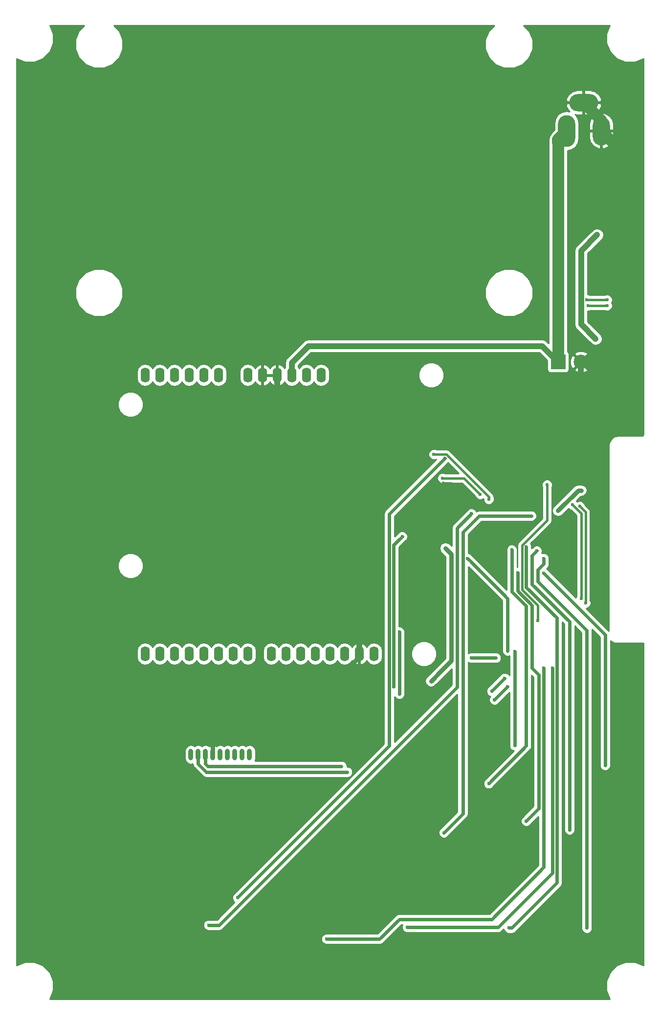
<source format=gbl>
G04 #@! TF.FileFunction,Copper,L2,Bot,Signal*
%FSLAX46Y46*%
G04 Gerber Fmt 4.6, Leading zero omitted, Abs format (unit mm)*
G04 Created by KiCad (PCBNEW 4.0.1-stable) date Monday, 18 September 2017 'pmt' 22:45:53*
%MOMM*%
G01*
G04 APERTURE LIST*
%ADD10C,0.100000*%
%ADD11R,2.500000X2.500000*%
%ADD12C,2.500000*%
%ADD13O,0.850000X2.000000*%
%ADD14O,3.000000X5.000000*%
%ADD15O,3.000000X5.500000*%
%ADD16O,5.000000X3.000000*%
%ADD17O,1.600000X2.600000*%
%ADD18C,0.600000*%
%ADD19C,1.000000*%
%ADD20C,0.800000*%
%ADD21C,2.000000*%
%ADD22C,0.400000*%
%ADD23C,0.600000*%
%ADD24C,0.250000*%
%ADD25C,0.254000*%
G04 APERTURE END LIST*
D10*
D11*
X94520000Y111000000D03*
D12*
X98480000Y111000000D03*
D13*
X30920000Y43000000D03*
X32190000Y43000000D03*
X33460000Y43000000D03*
X34730000Y43000000D03*
X36000000Y43000000D03*
X37270000Y43000000D03*
X38540000Y43000000D03*
X39810000Y43000000D03*
X41080000Y43000000D03*
D14*
X102000000Y151000000D03*
D15*
X96000000Y151000000D03*
D16*
X98950000Y155900000D03*
D17*
X23000000Y60450000D03*
X25540000Y60450000D03*
X28080000Y60450000D03*
X30620000Y60450000D03*
X33160000Y60450000D03*
X35700000Y60450000D03*
X38240000Y60450000D03*
X40780000Y60450000D03*
X44844000Y60450000D03*
X47384000Y60450000D03*
X49924000Y60450000D03*
X52464000Y60450000D03*
X55004000Y60450000D03*
X57544000Y60450000D03*
X60084000Y60450000D03*
X62624000Y60450000D03*
X23000000Y108710000D03*
X25540000Y108710000D03*
X28080000Y108710000D03*
X30620000Y108710000D03*
X33160000Y108710000D03*
X35700000Y108710000D03*
X40780000Y108710000D03*
X43320000Y108710000D03*
X45860000Y108710000D03*
X48400000Y108710000D03*
X50940000Y108710000D03*
X53480000Y108710000D03*
D18*
X101000000Y115000000D03*
X72500000Y55750000D03*
X98500000Y88750000D03*
X94500000Y85250000D03*
X75000000Y78750000D03*
X101250000Y133000000D03*
X87500000Y103500000D03*
X80000000Y80250000D03*
X101000000Y118750000D03*
X80000000Y77750000D03*
X76750000Y88750000D03*
X74625800Y90000000D03*
X102450000Y87950000D03*
X44750000Y49500000D03*
X76500000Y101300000D03*
X67000000Y64250000D03*
X67000000Y53500000D03*
X73000000Y95000000D03*
X82500000Y87250000D03*
X99500000Y121750000D03*
X103000000Y121750000D03*
X99750000Y120750000D03*
X103000000Y120750000D03*
X67500001Y80750000D03*
X66050020Y54750000D03*
X78800020Y77000000D03*
X85750000Y61000000D03*
X79500000Y59750000D03*
X83750000Y59750000D03*
X89886410Y84349980D03*
X74750000Y29500000D03*
X90830000Y78330000D03*
X96500000Y30000000D03*
X91000000Y66250000D03*
X92600000Y89750000D03*
X57000000Y41000000D03*
X85250000Y56250000D03*
X83000000Y54000000D03*
X58000000Y40000000D03*
X85750000Y54750000D03*
X83500000Y52500000D03*
X39000000Y18250000D03*
X74881201Y94299980D03*
X34000000Y13500000D03*
X79500000Y84750000D03*
X68400000Y13100000D03*
X93500000Y58000000D03*
X92000000Y58000000D03*
X54400000Y11100000D03*
X87500000Y74500000D03*
X89000000Y31500000D03*
X86500000Y78500006D03*
X82500000Y38000000D03*
X92000000Y74400000D03*
X102655629Y41155629D03*
X87000000Y44600000D03*
X87000000Y60900000D03*
X89000000Y79000000D03*
X86000000Y13000000D03*
X92000000Y77000000D03*
X99500000Y13000000D03*
X98500000Y70000000D03*
X74500316Y90864492D03*
X97011410Y86238590D03*
X81000000Y88049980D03*
X99250000Y69250000D03*
X98250000Y86000000D03*
D19*
X101250000Y133000000D02*
X98499999Y130249999D01*
X98499999Y130249999D02*
X98499999Y117500001D01*
X98499999Y117500001D02*
X101000000Y115000000D01*
D20*
X74250000Y57500000D02*
X72500000Y55750000D01*
X74250000Y57500000D02*
X76000000Y59250000D01*
X76000000Y59250000D02*
X76000000Y77750000D01*
X76000000Y77750000D02*
X75000000Y78750000D01*
X98000000Y88750000D02*
X98500000Y88750000D01*
X94500000Y85250000D02*
X98000000Y88750000D01*
D19*
X47250000Y105250000D02*
X60250000Y105250000D01*
X60250000Y105250000D02*
X76500000Y105250000D01*
X60084000Y60450000D02*
X60084000Y105084000D01*
X60084000Y105084000D02*
X60250000Y105250000D01*
X47250000Y105250000D02*
X45860000Y106640000D01*
X45860000Y106640000D02*
X45860000Y108710000D01*
X102450000Y87950000D02*
X102450000Y104510000D01*
X102450000Y104510000D02*
X98480000Y108480000D01*
X76500000Y105250000D02*
X87500000Y105250000D01*
X87500000Y105250000D02*
X95250000Y105250000D01*
D20*
X87500000Y103500000D02*
X87500000Y105250000D01*
D19*
X95250000Y105250000D02*
X98480000Y108480000D01*
X98480000Y108480000D02*
X98480000Y111000000D01*
D21*
X105500000Y147500000D02*
X105500000Y118500000D01*
X105500000Y118500000D02*
X105500000Y113500000D01*
D20*
X101000000Y118750000D02*
X105250000Y118750000D01*
X105250000Y118750000D02*
X105500000Y118500000D01*
D21*
X105500000Y113500000D02*
X103000000Y111000000D01*
X103000000Y111000000D02*
X98480000Y111000000D01*
X102000000Y151000000D02*
X102000000Y152850000D01*
X102000000Y152850000D02*
X98950000Y155900000D01*
X102000000Y151000000D02*
X105500000Y147500000D01*
D20*
X44750000Y49500000D02*
X39430000Y49500000D01*
X39430000Y49500000D02*
X34730000Y44800000D01*
X34730000Y44800000D02*
X34730000Y43000000D01*
X55634000Y55500000D02*
X50750000Y55500000D01*
X50750000Y55500000D02*
X44750000Y49500000D01*
X60084000Y60450000D02*
X60084000Y59950000D01*
X60084000Y59950000D02*
X55634000Y55500000D01*
X80000000Y77750000D02*
X80000000Y80250000D01*
D22*
X76000000Y90000000D02*
X76750000Y89250000D01*
X76750000Y89250000D02*
X76750000Y88750000D01*
X74625800Y90000000D02*
X76000000Y90000000D01*
D20*
X76500000Y101300000D02*
X76500000Y105250000D01*
D23*
X67000000Y53500000D02*
X67000000Y64250000D01*
D22*
X75174264Y95000000D02*
X73000000Y95000000D01*
X82500000Y87250000D02*
X82500000Y87674264D01*
X82500000Y87674264D02*
X75174264Y95000000D01*
X99500000Y121750000D02*
X103000000Y121750000D01*
D24*
X102950010Y121799990D02*
X103000000Y121750000D01*
D22*
X103000000Y120750000D02*
X99750000Y120750000D01*
D23*
X66050020Y79300019D02*
X67200002Y80450001D01*
X67200002Y80450001D02*
X67500001Y80750000D01*
X66050020Y54750000D02*
X66050020Y79300019D01*
X79100019Y76700001D02*
X78800020Y77000000D01*
X85750000Y70050020D02*
X79100019Y76700001D01*
X85750000Y61000000D02*
X85750000Y70050020D01*
D21*
X96000000Y151000000D02*
X94500000Y149500000D01*
X94500000Y149500000D02*
X94500000Y149000000D01*
X94500000Y149000000D02*
X94520000Y148980000D01*
X94520000Y148980000D02*
X94520000Y111000000D01*
D19*
X94500000Y111000000D02*
X91750000Y113750000D01*
X91750000Y113750000D02*
X51250000Y113750000D01*
X51250000Y113750000D02*
X48370000Y110870000D01*
X48370000Y110870000D02*
X48370000Y108760000D01*
D23*
X79500000Y59750000D02*
X83750000Y59750000D01*
X78000000Y81500000D02*
X80849980Y84349980D01*
X74750000Y29500000D02*
X78000000Y32750000D01*
X78000000Y32750000D02*
X78000000Y81500000D01*
X80849980Y84349980D02*
X89462146Y84349980D01*
X89462146Y84349980D02*
X89886410Y84349980D01*
X90830000Y78330000D02*
X90000000Y77500000D01*
X90000000Y72500000D02*
X96500000Y66000000D01*
X90000000Y77500000D02*
X90000000Y72500000D01*
X96500000Y66000000D02*
X96500000Y30424264D01*
X96500000Y30424264D02*
X96500000Y30000000D01*
D22*
X91000000Y66674264D02*
X91000000Y66250000D01*
X91000000Y68858578D02*
X91000000Y66674264D01*
X88299990Y71558588D02*
X91000000Y68858578D01*
X88299989Y79289954D02*
X88299990Y71558588D01*
X92600000Y83589965D02*
X88299989Y79289954D01*
X92600000Y89750000D02*
X92600000Y83589965D01*
D23*
X57000000Y41000000D02*
X33860000Y41000000D01*
X33860000Y41000000D02*
X33460000Y41400000D01*
X33460000Y41400000D02*
X33460000Y43000000D01*
X83000000Y54000000D02*
X85250000Y56250000D01*
X57575736Y40000000D02*
X58000000Y40000000D01*
X33590000Y40000000D02*
X57575736Y40000000D01*
X32190000Y41400000D02*
X33590000Y40000000D01*
X32190000Y43000000D02*
X32190000Y41400000D01*
X83500000Y52500000D02*
X85750000Y54750000D01*
X39000000Y18250000D02*
X65250000Y44500000D01*
X65250000Y44500000D02*
X65250000Y84668779D01*
X65250000Y84668779D02*
X74581202Y93999981D01*
X74581202Y93999981D02*
X74881201Y94299980D01*
X79500000Y84750000D02*
X77000000Y82250000D01*
X77000000Y82250000D02*
X77000000Y54700000D01*
X77000000Y54700000D02*
X35800000Y13500000D01*
X35800000Y13500000D02*
X34000000Y13500000D01*
X68400000Y13100000D02*
X84100000Y13100000D01*
X84100000Y13100000D02*
X93500000Y22500000D01*
X93500000Y22500000D02*
X93500000Y58000000D01*
X54400000Y11100000D02*
X63600000Y11100000D01*
X63600000Y11100000D02*
X67000000Y14500000D01*
X83000000Y14500000D02*
X67000000Y14500000D01*
X92000000Y23500000D02*
X83000000Y14500000D01*
X92000000Y58000000D02*
X92000000Y23500000D01*
X89000000Y31500000D02*
X91199990Y33699990D01*
X91199990Y33699990D02*
X91199990Y56800010D01*
X90000000Y68868616D02*
X87500000Y71368616D01*
X91199990Y56800010D02*
X90000000Y58000000D01*
X87500000Y71368616D02*
X87500000Y74500000D01*
X90000000Y58000000D02*
X90000000Y68868616D01*
X82500000Y38000000D02*
X89000000Y44500000D01*
X86500000Y78075742D02*
X86500000Y78500006D01*
X86500000Y71237232D02*
X86500000Y78075742D01*
X89000000Y68737232D02*
X86500000Y71237232D01*
X89000000Y44500000D02*
X89000000Y68737232D01*
X102655629Y63744371D02*
X92000000Y74400000D01*
X102655629Y41155629D02*
X102655629Y63744371D01*
X87000000Y45100000D02*
X87000000Y60900000D01*
X87000000Y44700000D02*
X87000000Y45100000D01*
X87000000Y45100000D02*
X87000000Y44600000D01*
X86000000Y13000000D02*
X86500000Y13000000D01*
X89000000Y72000000D02*
X89000000Y79000000D01*
X86500000Y13000000D02*
X94300010Y20800010D01*
X94300010Y20800010D02*
X94300010Y66699990D01*
X94300010Y66699990D02*
X89000000Y72000000D01*
X99500000Y13000000D02*
X99500000Y64500000D01*
X91000000Y73000000D02*
X91000000Y75000000D01*
X99500000Y64500000D02*
X91000000Y73000000D01*
X91000000Y75000000D02*
X92000000Y76000000D01*
X92000000Y76000000D02*
X92000000Y77000000D01*
D22*
X98500000Y70000000D02*
X98500000Y84750000D01*
X98500000Y84750000D02*
X97311409Y85938591D01*
X97311409Y85938591D02*
X97011410Y86238590D01*
X74924580Y90864492D02*
X74500316Y90864492D01*
X78185488Y90864492D02*
X74924580Y90864492D01*
X81000000Y88049980D02*
X78185488Y90864492D01*
X98250000Y86000000D02*
X99250000Y85000000D01*
X99250000Y85000000D02*
X99250000Y69250000D01*
D25*
G36*
X11503340Y168340810D02*
X10873718Y166824513D01*
X10872285Y165182690D01*
X11499259Y163665296D01*
X12659190Y162503340D01*
X14175487Y161873718D01*
X15817310Y161872285D01*
X17334704Y162499259D01*
X18496660Y163659190D01*
X19126282Y165175487D01*
X19127715Y166817310D01*
X18500741Y168334704D01*
X17547110Y169290000D01*
X83454187Y169290000D01*
X82503340Y168340810D01*
X81873718Y166824513D01*
X81872285Y165182690D01*
X82499259Y163665296D01*
X83659190Y162503340D01*
X85175487Y161873718D01*
X86817310Y161872285D01*
X88334704Y162499259D01*
X89496660Y163659190D01*
X90126282Y165175487D01*
X90127715Y166817310D01*
X89500741Y168334704D01*
X88547110Y169290000D01*
X103482242Y169290000D01*
X102873718Y167824513D01*
X102872285Y166182690D01*
X103499259Y164665296D01*
X104659190Y163503340D01*
X106175487Y162873718D01*
X107817310Y162872285D01*
X109290000Y163480788D01*
X109290000Y98569930D01*
X109255074Y98394345D01*
X109195225Y98304774D01*
X109105655Y98244926D01*
X108930070Y98210000D01*
X105000000Y98210000D01*
X104931416Y98196358D01*
X104478804Y98120238D01*
X104406632Y98090343D01*
X104222862Y98014223D01*
X103898438Y97797451D01*
X103755367Y97654379D01*
X103702549Y97601561D01*
X103485776Y97277138D01*
X103435581Y97155954D01*
X103379762Y97021196D01*
X103303642Y96638513D01*
X103303642Y96568584D01*
X103290000Y96500000D01*
X103290000Y64432290D01*
X99407428Y68314862D01*
X99435167Y68314838D01*
X99778943Y68456883D01*
X100042192Y68719673D01*
X100184838Y69063201D01*
X100185162Y69435167D01*
X100085000Y69677578D01*
X100085000Y85000000D01*
X100079711Y85026588D01*
X100021440Y85319540D01*
X99840434Y85590434D01*
X99142535Y86288333D01*
X99043117Y86528943D01*
X98780327Y86792192D01*
X98436799Y86934838D01*
X98064833Y86935162D01*
X97762071Y86810063D01*
X97643027Y86929315D01*
X98428711Y87715000D01*
X98500000Y87715000D01*
X98896077Y87793785D01*
X99231856Y88018144D01*
X99456215Y88353923D01*
X99535000Y88750000D01*
X99456215Y89146077D01*
X99231856Y89481856D01*
X98896077Y89706215D01*
X98500000Y89785000D01*
X98000000Y89785000D01*
X97603922Y89706215D01*
X97469429Y89616349D01*
X97268144Y89481856D01*
X97268142Y89481853D01*
X93768144Y85981856D01*
X93543785Y85646077D01*
X93464999Y85250000D01*
X93543785Y84853923D01*
X93768144Y84518144D01*
X94103923Y84293785D01*
X94500000Y84214999D01*
X94896077Y84293785D01*
X95231856Y84518144D01*
X96320736Y85607025D01*
X96481083Y85446398D01*
X96723320Y85345812D01*
X97665000Y84404131D01*
X97665000Y70427234D01*
X97565162Y70186799D01*
X97565136Y70157154D01*
X92661436Y75060854D01*
X92530327Y75192192D01*
X92519131Y75196841D01*
X92661145Y75338855D01*
X92677831Y75363827D01*
X92863827Y75642191D01*
X92902413Y75836174D01*
X92935001Y76000000D01*
X92935000Y76000005D01*
X92935000Y76999184D01*
X92935162Y77185167D01*
X92793117Y77528943D01*
X92530327Y77792192D01*
X92186799Y77934838D01*
X91814833Y77935162D01*
X91650207Y77867140D01*
X91764838Y78143201D01*
X91765162Y78515167D01*
X91623117Y78858943D01*
X91360327Y79122192D01*
X91016799Y79264838D01*
X90644833Y79265162D01*
X90301057Y79123117D01*
X90037808Y78860327D01*
X90037645Y78859935D01*
X89935000Y78757290D01*
X89935000Y78999184D01*
X89935162Y79185167D01*
X89793117Y79528943D01*
X89756513Y79565610D01*
X93190434Y82999531D01*
X93314360Y83185000D01*
X93371439Y83270424D01*
X93435000Y83589965D01*
X93435000Y89322766D01*
X93534838Y89563201D01*
X93535162Y89935167D01*
X93393117Y90278943D01*
X93130327Y90542192D01*
X92786799Y90684838D01*
X92414833Y90685162D01*
X92071057Y90543117D01*
X91807808Y90280327D01*
X91665162Y89936799D01*
X91664838Y89564833D01*
X91765000Y89322422D01*
X91765000Y83935833D01*
X87709555Y79880388D01*
X87528550Y79609495D01*
X87464989Y79289954D01*
X87464989Y75435031D01*
X87435000Y75435057D01*
X87435000Y78499190D01*
X87435162Y78685173D01*
X87293117Y79028949D01*
X87030327Y79292198D01*
X86686799Y79434844D01*
X86314833Y79435168D01*
X85971057Y79293123D01*
X85707808Y79030333D01*
X85565162Y78686805D01*
X85564838Y78314839D01*
X85565000Y78314447D01*
X85565000Y71557310D01*
X79461456Y77660854D01*
X79330347Y77792192D01*
X78986819Y77934838D01*
X78935000Y77934883D01*
X78935000Y81112710D01*
X81237270Y83414980D01*
X89885594Y83414980D01*
X90071577Y83414818D01*
X90415353Y83556863D01*
X90678602Y83819653D01*
X90821248Y84163181D01*
X90821572Y84535147D01*
X90679527Y84878923D01*
X90416737Y85142172D01*
X90073209Y85284818D01*
X89701243Y85285142D01*
X89700851Y85284980D01*
X80849980Y85284980D01*
X80492171Y85213807D01*
X80357274Y85123672D01*
X80293117Y85278943D01*
X80030327Y85542192D01*
X79686799Y85684838D01*
X79314833Y85685162D01*
X78971057Y85543117D01*
X78707808Y85280327D01*
X78707645Y85279935D01*
X76338855Y82911145D01*
X76136173Y82607809D01*
X76065000Y82250000D01*
X76065000Y79148712D01*
X75731856Y79481856D01*
X75396077Y79706215D01*
X75000000Y79785001D01*
X74603923Y79706215D01*
X74268144Y79481856D01*
X74043785Y79146077D01*
X73964999Y78750000D01*
X74043785Y78353923D01*
X74268144Y78018144D01*
X74965000Y77321289D01*
X74965000Y59678711D01*
X73518144Y58231856D01*
X73518142Y58231853D01*
X71768144Y56481856D01*
X71543785Y56146077D01*
X71464999Y55750000D01*
X71543785Y55353923D01*
X71768144Y55018144D01*
X72103923Y54793785D01*
X72500000Y54714999D01*
X72896077Y54793785D01*
X73231856Y55018144D01*
X74981853Y56768142D01*
X74981856Y56768144D01*
X76065000Y57851289D01*
X76065000Y55087290D01*
X66185000Y45207290D01*
X66185000Y53024018D01*
X66206883Y52971057D01*
X66469673Y52707808D01*
X66813201Y52565162D01*
X67185167Y52564838D01*
X67528943Y52706883D01*
X67792192Y52969673D01*
X67934838Y53313201D01*
X67935162Y53685167D01*
X67935000Y53685559D01*
X67935000Y60007381D01*
X69024613Y60007381D01*
X69364155Y59185628D01*
X69992321Y58556364D01*
X70813481Y58215389D01*
X71702619Y58214613D01*
X72524372Y58554155D01*
X73153636Y59182321D01*
X73494611Y60003481D01*
X73495387Y60892619D01*
X73155845Y61714372D01*
X72527679Y62343636D01*
X71706519Y62684611D01*
X70817381Y62685387D01*
X69995628Y62345845D01*
X69366364Y61717679D01*
X69025389Y60896519D01*
X69024613Y60007381D01*
X67935000Y60007381D01*
X67935000Y64249184D01*
X67935162Y64435167D01*
X67793117Y64778943D01*
X67530327Y65042192D01*
X67186799Y65184838D01*
X66985020Y65185014D01*
X66985020Y78912729D01*
X68160855Y80088564D01*
X68292193Y80219673D01*
X68434839Y80563201D01*
X68435163Y80935167D01*
X68293118Y81278943D01*
X68030328Y81542192D01*
X67686800Y81684838D01*
X67314834Y81685162D01*
X66971058Y81543117D01*
X66707809Y81280327D01*
X66707646Y81279935D01*
X66185000Y80757289D01*
X66185000Y84281489D01*
X75242347Y93338836D01*
X75448454Y93544942D01*
X77293904Y91699492D01*
X74927550Y91699492D01*
X74687115Y91799330D01*
X74315149Y91799654D01*
X73971373Y91657609D01*
X73708124Y91394819D01*
X73565478Y91051291D01*
X73565154Y90679325D01*
X73707199Y90335549D01*
X73969989Y90072300D01*
X74313517Y89929654D01*
X74685483Y89929330D01*
X74927894Y90029492D01*
X77839620Y90029492D01*
X80107465Y87761647D01*
X80206883Y87521037D01*
X80469673Y87257788D01*
X80813201Y87115142D01*
X81185167Y87114818D01*
X81528943Y87256863D01*
X81565037Y87292894D01*
X81564838Y87064833D01*
X81706883Y86721057D01*
X81969673Y86457808D01*
X82313201Y86315162D01*
X82685167Y86314838D01*
X83028943Y86456883D01*
X83292192Y86719673D01*
X83434838Y87063201D01*
X83435162Y87435167D01*
X83333729Y87680655D01*
X83271439Y87993805D01*
X83090434Y88264698D01*
X75764698Y95590434D01*
X75493805Y95771439D01*
X75174264Y95835000D01*
X73427234Y95835000D01*
X73186799Y95934838D01*
X72814833Y95935162D01*
X72471057Y95793117D01*
X72207808Y95530327D01*
X72065162Y95186799D01*
X72064838Y94814833D01*
X72206883Y94471057D01*
X72469673Y94207808D01*
X72813201Y94065162D01*
X73185167Y94064838D01*
X73421363Y94162432D01*
X64588855Y85329924D01*
X64386173Y85026588D01*
X64315000Y84668779D01*
X64315000Y44887290D01*
X38339146Y18911436D01*
X38207808Y18780327D01*
X38065162Y18436799D01*
X38064838Y18064833D01*
X38206883Y17721057D01*
X38452610Y17474900D01*
X35412710Y14435000D01*
X34000816Y14435000D01*
X33814833Y14435162D01*
X33471057Y14293117D01*
X33207808Y14030327D01*
X33065162Y13686799D01*
X33064838Y13314833D01*
X33206883Y12971057D01*
X33469673Y12707808D01*
X33813201Y12565162D01*
X34185167Y12564838D01*
X34185559Y12565000D01*
X35800000Y12565000D01*
X36157809Y12636173D01*
X36461145Y12838855D01*
X77065000Y53442710D01*
X77065000Y33137290D01*
X74089146Y30161436D01*
X73957808Y30030327D01*
X73815162Y29686799D01*
X73814838Y29314833D01*
X73956883Y28971057D01*
X74219673Y28707808D01*
X74563201Y28565162D01*
X74935167Y28564838D01*
X75278943Y28706883D01*
X75542192Y28969673D01*
X75542355Y28970065D01*
X78661145Y32088855D01*
X78863827Y32392191D01*
X78935000Y32750000D01*
X78935000Y58992542D01*
X78969673Y58957808D01*
X79313201Y58815162D01*
X79685167Y58814838D01*
X79685559Y58815000D01*
X83749184Y58815000D01*
X83935167Y58814838D01*
X84278943Y58956883D01*
X84542192Y59219673D01*
X84684838Y59563201D01*
X84685162Y59935167D01*
X84543117Y60278943D01*
X84280327Y60542192D01*
X83936799Y60684838D01*
X83564833Y60685162D01*
X83564441Y60685000D01*
X79500816Y60685000D01*
X79314833Y60685162D01*
X78971057Y60543117D01*
X78935000Y60507123D01*
X78935000Y75542730D01*
X84815000Y69662730D01*
X84815000Y61000816D01*
X84814838Y60814833D01*
X84956883Y60471057D01*
X85219673Y60207808D01*
X85563201Y60065162D01*
X85935167Y60064838D01*
X86065000Y60118484D01*
X86065000Y56725982D01*
X86043117Y56778943D01*
X85780327Y57042192D01*
X85436799Y57184838D01*
X85250001Y57185001D01*
X85249999Y57185001D01*
X85064833Y57185162D01*
X84721057Y57043117D01*
X84457808Y56780327D01*
X84457645Y56779934D01*
X82339146Y54661436D01*
X82207808Y54530327D01*
X82065162Y54186799D01*
X82064838Y53814833D01*
X82206883Y53471057D01*
X82469673Y53207808D01*
X82763414Y53085836D01*
X82707808Y53030327D01*
X82565162Y52686799D01*
X82564838Y52314833D01*
X82706883Y51971057D01*
X82969673Y51707808D01*
X83313201Y51565162D01*
X83685167Y51564838D01*
X84028943Y51706883D01*
X84292192Y51969673D01*
X84292355Y51970065D01*
X86065000Y53742711D01*
X86065000Y44600816D01*
X86064838Y44414833D01*
X86206883Y44071057D01*
X86469673Y43807808D01*
X86813201Y43665162D01*
X86842846Y43665136D01*
X81839146Y38661436D01*
X81707808Y38530327D01*
X81565162Y38186799D01*
X81564838Y37814833D01*
X81706883Y37471057D01*
X81969673Y37207808D01*
X82313201Y37065162D01*
X82685167Y37064838D01*
X83028943Y37206883D01*
X83292192Y37469673D01*
X83292355Y37470065D01*
X89661145Y43838855D01*
X89863827Y44142191D01*
X89935000Y44500000D01*
X89935000Y56742710D01*
X90264990Y56412720D01*
X90264990Y34087280D01*
X88339146Y32161436D01*
X88207808Y32030327D01*
X88065162Y31686799D01*
X88064838Y31314833D01*
X88206883Y30971057D01*
X88469673Y30707808D01*
X88813201Y30565162D01*
X89185167Y30564838D01*
X89528943Y30706883D01*
X89792192Y30969673D01*
X89792355Y30970065D01*
X91065000Y32242710D01*
X91065000Y23887290D01*
X82612710Y15435000D01*
X67000000Y15435000D01*
X66642191Y15363827D01*
X66338855Y15161145D01*
X63212710Y12035000D01*
X54400816Y12035000D01*
X54214833Y12035162D01*
X53871057Y11893117D01*
X53607808Y11630327D01*
X53465162Y11286799D01*
X53464838Y10914833D01*
X53606883Y10571057D01*
X53869673Y10307808D01*
X54213201Y10165162D01*
X54585167Y10164838D01*
X54585559Y10165000D01*
X63600000Y10165000D01*
X63957809Y10236173D01*
X64261145Y10438855D01*
X67387290Y13565000D01*
X67580682Y13565000D01*
X67465162Y13286799D01*
X67464838Y12914833D01*
X67606883Y12571057D01*
X67869673Y12307808D01*
X68213201Y12165162D01*
X68585167Y12164838D01*
X68585559Y12165000D01*
X84100000Y12165000D01*
X84457809Y12236173D01*
X84761145Y12438855D01*
X85085973Y12763683D01*
X85206883Y12471057D01*
X85469673Y12207808D01*
X85813201Y12065162D01*
X86185167Y12064838D01*
X86185559Y12065000D01*
X86500000Y12065000D01*
X86857809Y12136173D01*
X87161145Y12338855D01*
X94961155Y20138865D01*
X95163837Y20442201D01*
X95235010Y20800010D01*
X95235010Y65942700D01*
X95565000Y65612710D01*
X95565000Y30000816D01*
X95564838Y29814833D01*
X95706883Y29471057D01*
X95969673Y29207808D01*
X96313201Y29065162D01*
X96685167Y29064838D01*
X97028943Y29206883D01*
X97292192Y29469673D01*
X97434838Y29813201D01*
X97435162Y30185167D01*
X97435000Y30185559D01*
X97435000Y65242710D01*
X98565000Y64112710D01*
X98565000Y13000816D01*
X98564838Y12814833D01*
X98706883Y12471057D01*
X98969673Y12207808D01*
X99313201Y12065162D01*
X99685167Y12064838D01*
X100028943Y12206883D01*
X100292192Y12469673D01*
X100434838Y12813201D01*
X100435162Y13185167D01*
X100435000Y13185559D01*
X100435000Y64500000D01*
X100399564Y64678146D01*
X101720629Y63357081D01*
X101720629Y41156445D01*
X101720467Y40970462D01*
X101862512Y40626686D01*
X102125302Y40363437D01*
X102468830Y40220791D01*
X102840796Y40220467D01*
X103184572Y40362512D01*
X103447821Y40625302D01*
X103590467Y40968830D01*
X103590791Y41340796D01*
X103590629Y41341188D01*
X103590629Y62717466D01*
X103622709Y62685387D01*
X103751989Y62556105D01*
X103914200Y62447718D01*
X103914203Y62447717D01*
X103914204Y62447716D01*
X104170145Y62341702D01*
X104361487Y62303642D01*
X104431416Y62303642D01*
X104500000Y62290000D01*
X109290000Y62290000D01*
X109290000Y6517758D01*
X107824513Y7126282D01*
X106182690Y7127715D01*
X104665296Y6500741D01*
X103503340Y5340810D01*
X102873718Y3824513D01*
X102872285Y2182690D01*
X103480788Y710000D01*
X6517758Y710000D01*
X7126282Y2175487D01*
X7127715Y3817310D01*
X6500741Y5334704D01*
X5340810Y6496660D01*
X3824513Y7126282D01*
X2182690Y7127715D01*
X710000Y6519212D01*
X710000Y43607032D01*
X29860000Y43607032D01*
X29860000Y42392968D01*
X29940688Y41987324D01*
X30170467Y41643435D01*
X30514356Y41413656D01*
X30920000Y41332968D01*
X31255076Y41399619D01*
X31326173Y41042191D01*
X31528855Y40738855D01*
X32928855Y39338855D01*
X33232191Y39136173D01*
X33590000Y39065000D01*
X57999184Y39065000D01*
X58185167Y39064838D01*
X58528943Y39206883D01*
X58792192Y39469673D01*
X58934838Y39813201D01*
X58935162Y40185167D01*
X58793117Y40528943D01*
X58530327Y40792192D01*
X58186799Y40934838D01*
X57934944Y40935057D01*
X57935162Y41185167D01*
X57793117Y41528943D01*
X57530327Y41792192D01*
X57186799Y41934838D01*
X56814833Y41935162D01*
X56814441Y41935000D01*
X42024350Y41935000D01*
X42059312Y41987324D01*
X42140000Y42392968D01*
X42140000Y43607032D01*
X42059312Y44012676D01*
X41829533Y44356565D01*
X41485644Y44586344D01*
X41080000Y44667032D01*
X40674356Y44586344D01*
X40445000Y44433093D01*
X40215644Y44586344D01*
X39810000Y44667032D01*
X39404356Y44586344D01*
X39175000Y44433093D01*
X38945644Y44586344D01*
X38540000Y44667032D01*
X38134356Y44586344D01*
X37905000Y44433093D01*
X37675644Y44586344D01*
X37270000Y44667032D01*
X36864356Y44586344D01*
X36635000Y44433093D01*
X36405644Y44586344D01*
X36000000Y44667032D01*
X35594356Y44586344D01*
X35359201Y44429219D01*
X35020062Y44594540D01*
X34857000Y44467257D01*
X34857000Y43127000D01*
X34877000Y43127000D01*
X34877000Y42873000D01*
X34857000Y42873000D01*
X34857000Y42853000D01*
X34603000Y42853000D01*
X34603000Y42873000D01*
X34583000Y42873000D01*
X34583000Y43127000D01*
X34603000Y43127000D01*
X34603000Y44467257D01*
X34439938Y44594540D01*
X34100799Y44429219D01*
X33865644Y44586344D01*
X33460000Y44667032D01*
X33054356Y44586344D01*
X32825000Y44433093D01*
X32595644Y44586344D01*
X32190000Y44667032D01*
X31784356Y44586344D01*
X31555000Y44433093D01*
X31325644Y44586344D01*
X30920000Y44667032D01*
X30514356Y44586344D01*
X30170467Y44356565D01*
X29940688Y44012676D01*
X29860000Y43607032D01*
X710000Y43607032D01*
X710000Y60987909D01*
X21565000Y60987909D01*
X21565000Y59912091D01*
X21674233Y59362940D01*
X21985302Y58897393D01*
X22450849Y58586324D01*
X23000000Y58477091D01*
X23549151Y58586324D01*
X24014698Y58897393D01*
X24270000Y59279479D01*
X24525302Y58897393D01*
X24990849Y58586324D01*
X25540000Y58477091D01*
X26089151Y58586324D01*
X26554698Y58897393D01*
X26810000Y59279479D01*
X27065302Y58897393D01*
X27530849Y58586324D01*
X28080000Y58477091D01*
X28629151Y58586324D01*
X29094698Y58897393D01*
X29350000Y59279479D01*
X29605302Y58897393D01*
X30070849Y58586324D01*
X30620000Y58477091D01*
X31169151Y58586324D01*
X31634698Y58897393D01*
X31890000Y59279479D01*
X32145302Y58897393D01*
X32610849Y58586324D01*
X33160000Y58477091D01*
X33709151Y58586324D01*
X34174698Y58897393D01*
X34430000Y59279479D01*
X34685302Y58897393D01*
X35150849Y58586324D01*
X35700000Y58477091D01*
X36249151Y58586324D01*
X36714698Y58897393D01*
X36970000Y59279479D01*
X37225302Y58897393D01*
X37690849Y58586324D01*
X38240000Y58477091D01*
X38789151Y58586324D01*
X39254698Y58897393D01*
X39510000Y59279479D01*
X39765302Y58897393D01*
X40230849Y58586324D01*
X40780000Y58477091D01*
X41329151Y58586324D01*
X41794698Y58897393D01*
X42105767Y59362940D01*
X42215000Y59912091D01*
X42215000Y60987909D01*
X43409000Y60987909D01*
X43409000Y59912091D01*
X43518233Y59362940D01*
X43829302Y58897393D01*
X44294849Y58586324D01*
X44844000Y58477091D01*
X45393151Y58586324D01*
X45858698Y58897393D01*
X46114000Y59279479D01*
X46369302Y58897393D01*
X46834849Y58586324D01*
X47384000Y58477091D01*
X47933151Y58586324D01*
X48398698Y58897393D01*
X48654000Y59279479D01*
X48909302Y58897393D01*
X49374849Y58586324D01*
X49924000Y58477091D01*
X50473151Y58586324D01*
X50938698Y58897393D01*
X51194000Y59279479D01*
X51449302Y58897393D01*
X51914849Y58586324D01*
X52464000Y58477091D01*
X53013151Y58586324D01*
X53478698Y58897393D01*
X53734000Y59279479D01*
X53989302Y58897393D01*
X54454849Y58586324D01*
X55004000Y58477091D01*
X55553151Y58586324D01*
X56018698Y58897393D01*
X56274000Y59279479D01*
X56529302Y58897393D01*
X56994849Y58586324D01*
X57544000Y58477091D01*
X58093151Y58586324D01*
X58558698Y58897393D01*
X58812222Y59276818D01*
X59159104Y58845500D01*
X59652181Y58575633D01*
X59734961Y58558096D01*
X59957000Y58680085D01*
X59957000Y60323000D01*
X59937000Y60323000D01*
X59937000Y60577000D01*
X59957000Y60577000D01*
X59957000Y62219915D01*
X60211000Y62219915D01*
X60211000Y60577000D01*
X60231000Y60577000D01*
X60231000Y60323000D01*
X60211000Y60323000D01*
X60211000Y58680085D01*
X60433039Y58558096D01*
X60515819Y58575633D01*
X61008896Y58845500D01*
X61355778Y59276818D01*
X61609302Y58897393D01*
X62074849Y58586324D01*
X62624000Y58477091D01*
X63173151Y58586324D01*
X63638698Y58897393D01*
X63949767Y59362940D01*
X64059000Y59912091D01*
X64059000Y60987909D01*
X63949767Y61537060D01*
X63638698Y62002607D01*
X63173151Y62313676D01*
X62624000Y62422909D01*
X62074849Y62313676D01*
X61609302Y62002607D01*
X61355778Y61623182D01*
X61008896Y62054500D01*
X60515819Y62324367D01*
X60433039Y62341904D01*
X60211000Y62219915D01*
X59957000Y62219915D01*
X59734961Y62341904D01*
X59652181Y62324367D01*
X59159104Y62054500D01*
X58812222Y61623182D01*
X58558698Y62002607D01*
X58093151Y62313676D01*
X57544000Y62422909D01*
X56994849Y62313676D01*
X56529302Y62002607D01*
X56274000Y61620521D01*
X56018698Y62002607D01*
X55553151Y62313676D01*
X55004000Y62422909D01*
X54454849Y62313676D01*
X53989302Y62002607D01*
X53734000Y61620521D01*
X53478698Y62002607D01*
X53013151Y62313676D01*
X52464000Y62422909D01*
X51914849Y62313676D01*
X51449302Y62002607D01*
X51194000Y61620521D01*
X50938698Y62002607D01*
X50473151Y62313676D01*
X49924000Y62422909D01*
X49374849Y62313676D01*
X48909302Y62002607D01*
X48654000Y61620521D01*
X48398698Y62002607D01*
X47933151Y62313676D01*
X47384000Y62422909D01*
X46834849Y62313676D01*
X46369302Y62002607D01*
X46114000Y61620521D01*
X45858698Y62002607D01*
X45393151Y62313676D01*
X44844000Y62422909D01*
X44294849Y62313676D01*
X43829302Y62002607D01*
X43518233Y61537060D01*
X43409000Y60987909D01*
X42215000Y60987909D01*
X42105767Y61537060D01*
X41794698Y62002607D01*
X41329151Y62313676D01*
X40780000Y62422909D01*
X40230849Y62313676D01*
X39765302Y62002607D01*
X39510000Y61620521D01*
X39254698Y62002607D01*
X38789151Y62313676D01*
X38240000Y62422909D01*
X37690849Y62313676D01*
X37225302Y62002607D01*
X36970000Y61620521D01*
X36714698Y62002607D01*
X36249151Y62313676D01*
X35700000Y62422909D01*
X35150849Y62313676D01*
X34685302Y62002607D01*
X34430000Y61620521D01*
X34174698Y62002607D01*
X33709151Y62313676D01*
X33160000Y62422909D01*
X32610849Y62313676D01*
X32145302Y62002607D01*
X31890000Y61620521D01*
X31634698Y62002607D01*
X31169151Y62313676D01*
X30620000Y62422909D01*
X30070849Y62313676D01*
X29605302Y62002607D01*
X29350000Y61620521D01*
X29094698Y62002607D01*
X28629151Y62313676D01*
X28080000Y62422909D01*
X27530849Y62313676D01*
X27065302Y62002607D01*
X26810000Y61620521D01*
X26554698Y62002607D01*
X26089151Y62313676D01*
X25540000Y62422909D01*
X24990849Y62313676D01*
X24525302Y62002607D01*
X24270000Y61620521D01*
X24014698Y62002607D01*
X23549151Y62313676D01*
X23000000Y62422909D01*
X22450849Y62313676D01*
X21985302Y62002607D01*
X21674233Y61537060D01*
X21565000Y60987909D01*
X710000Y60987909D01*
X710000Y75247381D01*
X18224613Y75247381D01*
X18564155Y74425628D01*
X19192321Y73796364D01*
X20013481Y73455389D01*
X20902619Y73454613D01*
X21724372Y73794155D01*
X22353636Y74422321D01*
X22694611Y75243481D01*
X22695387Y76132619D01*
X22355845Y76954372D01*
X21727679Y77583636D01*
X20906519Y77924611D01*
X20017381Y77925387D01*
X19195628Y77585845D01*
X18566364Y76957679D01*
X18225389Y76136519D01*
X18224613Y75247381D01*
X710000Y75247381D01*
X710000Y103187381D01*
X18224613Y103187381D01*
X18564155Y102365628D01*
X19192321Y101736364D01*
X20013481Y101395389D01*
X20902619Y101394613D01*
X21724372Y101734155D01*
X22353636Y102362321D01*
X22694611Y103183481D01*
X22695387Y104072619D01*
X22355845Y104894372D01*
X21727679Y105523636D01*
X20906519Y105864611D01*
X20017381Y105865387D01*
X19195628Y105525845D01*
X18566364Y104897679D01*
X18225389Y104076519D01*
X18224613Y103187381D01*
X710000Y103187381D01*
X710000Y109247909D01*
X21565000Y109247909D01*
X21565000Y108172091D01*
X21674233Y107622940D01*
X21985302Y107157393D01*
X22450849Y106846324D01*
X23000000Y106737091D01*
X23549151Y106846324D01*
X24014698Y107157393D01*
X24270000Y107539479D01*
X24525302Y107157393D01*
X24990849Y106846324D01*
X25540000Y106737091D01*
X26089151Y106846324D01*
X26554698Y107157393D01*
X26810000Y107539479D01*
X27065302Y107157393D01*
X27530849Y106846324D01*
X28080000Y106737091D01*
X28629151Y106846324D01*
X29094698Y107157393D01*
X29350000Y107539479D01*
X29605302Y107157393D01*
X30070849Y106846324D01*
X30620000Y106737091D01*
X31169151Y106846324D01*
X31634698Y107157393D01*
X31890000Y107539479D01*
X32145302Y107157393D01*
X32610849Y106846324D01*
X33160000Y106737091D01*
X33709151Y106846324D01*
X34174698Y107157393D01*
X34430000Y107539479D01*
X34685302Y107157393D01*
X35150849Y106846324D01*
X35700000Y106737091D01*
X36249151Y106846324D01*
X36714698Y107157393D01*
X37025767Y107622940D01*
X37135000Y108172091D01*
X37135000Y109247909D01*
X39345000Y109247909D01*
X39345000Y108172091D01*
X39454233Y107622940D01*
X39765302Y107157393D01*
X40230849Y106846324D01*
X40780000Y106737091D01*
X41329151Y106846324D01*
X41794698Y107157393D01*
X42048222Y107536818D01*
X42395104Y107105500D01*
X42888181Y106835633D01*
X42970961Y106818096D01*
X43193000Y106940085D01*
X43193000Y108583000D01*
X43447000Y108583000D01*
X43447000Y106940085D01*
X43669039Y106818096D01*
X43751819Y106835633D01*
X44244896Y107105500D01*
X44590000Y107534607D01*
X44935104Y107105500D01*
X45428181Y106835633D01*
X45510961Y106818096D01*
X45733000Y106940085D01*
X45733000Y108583000D01*
X43447000Y108583000D01*
X43193000Y108583000D01*
X43173000Y108583000D01*
X43173000Y108837000D01*
X43193000Y108837000D01*
X43193000Y110479915D01*
X43447000Y110479915D01*
X43447000Y108837000D01*
X45733000Y108837000D01*
X45733000Y110479915D01*
X45987000Y110479915D01*
X45987000Y108837000D01*
X46007000Y108837000D01*
X46007000Y108583000D01*
X45987000Y108583000D01*
X45987000Y106940085D01*
X46209039Y106818096D01*
X46291819Y106835633D01*
X46784896Y107105500D01*
X47131778Y107536818D01*
X47385302Y107157393D01*
X47850849Y106846324D01*
X48400000Y106737091D01*
X48949151Y106846324D01*
X49414698Y107157393D01*
X49670000Y107539479D01*
X49925302Y107157393D01*
X50390849Y106846324D01*
X50940000Y106737091D01*
X51489151Y106846324D01*
X51954698Y107157393D01*
X52210000Y107539479D01*
X52465302Y107157393D01*
X52930849Y106846324D01*
X53480000Y106737091D01*
X54029151Y106846324D01*
X54494698Y107157393D01*
X54805767Y107622940D01*
X54915000Y108172091D01*
X54915000Y108267381D01*
X70294613Y108267381D01*
X70634155Y107445628D01*
X71262321Y106816364D01*
X72083481Y106475389D01*
X72972619Y106474613D01*
X73794372Y106814155D01*
X74423636Y107442321D01*
X74764611Y108263481D01*
X74765387Y109152619D01*
X74425845Y109974372D01*
X73797679Y110603636D01*
X72976519Y110944611D01*
X72087381Y110945387D01*
X71265628Y110605845D01*
X70636364Y109977679D01*
X70295389Y109156519D01*
X70294613Y108267381D01*
X54915000Y108267381D01*
X54915000Y109247909D01*
X54805767Y109797060D01*
X54494698Y110262607D01*
X54029151Y110573676D01*
X53480000Y110682909D01*
X52930849Y110573676D01*
X52465302Y110262607D01*
X52210000Y109880521D01*
X51954698Y110262607D01*
X51489151Y110573676D01*
X50940000Y110682909D01*
X50390849Y110573676D01*
X49925302Y110262607D01*
X49670000Y109880521D01*
X49505000Y110127461D01*
X49505000Y110399868D01*
X51720132Y112615000D01*
X91279868Y112615000D01*
X92622560Y111272308D01*
X92622560Y109750000D01*
X92666838Y109514683D01*
X92805910Y109298559D01*
X93018110Y109153569D01*
X93270000Y109102560D01*
X95770000Y109102560D01*
X96005317Y109146838D01*
X96221441Y109285910D01*
X96366431Y109498110D01*
X96400567Y109666680D01*
X97326285Y109666680D01*
X97455533Y109373877D01*
X98155806Y109105612D01*
X98905435Y109125750D01*
X99504467Y109373877D01*
X99633715Y109666680D01*
X98480000Y110820395D01*
X97326285Y109666680D01*
X96400567Y109666680D01*
X96417440Y109750000D01*
X96417440Y111324194D01*
X96585612Y111324194D01*
X96605750Y110574565D01*
X96853877Y109975533D01*
X97146680Y109846285D01*
X98300395Y111000000D01*
X98659605Y111000000D01*
X99813320Y109846285D01*
X100106123Y109975533D01*
X100374388Y110675806D01*
X100354250Y111425435D01*
X100106123Y112024467D01*
X99813320Y112153715D01*
X98659605Y111000000D01*
X98300395Y111000000D01*
X97146680Y112153715D01*
X96853877Y112024467D01*
X96585612Y111324194D01*
X96417440Y111324194D01*
X96417440Y112250000D01*
X96401763Y112333320D01*
X97326285Y112333320D01*
X98480000Y111179605D01*
X99633715Y112333320D01*
X99504467Y112626123D01*
X98804194Y112894388D01*
X98054565Y112874250D01*
X97455533Y112626123D01*
X97326285Y112333320D01*
X96401763Y112333320D01*
X96373162Y112485317D01*
X96234090Y112701441D01*
X96155000Y112755481D01*
X96155000Y130249999D01*
X97364999Y130249999D01*
X97364999Y117500001D01*
X97451396Y117065655D01*
X97697433Y116697435D01*
X100197434Y114197434D01*
X100565654Y113951397D01*
X101000000Y113865001D01*
X101434345Y113951397D01*
X101802566Y114197434D01*
X102048603Y114565655D01*
X102134999Y115000000D01*
X102048603Y115434346D01*
X101802566Y115802566D01*
X99634999Y117970133D01*
X99634999Y119815099D01*
X99935167Y119814838D01*
X100177578Y119915000D01*
X102572766Y119915000D01*
X102813201Y119815162D01*
X103185167Y119814838D01*
X103528943Y119956883D01*
X103792192Y120219673D01*
X103934838Y120563201D01*
X103935162Y120935167D01*
X103804931Y121250351D01*
X103934838Y121563201D01*
X103935162Y121935167D01*
X103793117Y122278943D01*
X103530327Y122542192D01*
X103186799Y122684838D01*
X102814833Y122685162D01*
X102572422Y122585000D01*
X99927234Y122585000D01*
X99686799Y122684838D01*
X99634999Y122684883D01*
X99634999Y129779867D01*
X102052566Y132197434D01*
X102298603Y132565655D01*
X102385000Y133000000D01*
X102298603Y133434345D01*
X102052566Y133802566D01*
X101684345Y134048603D01*
X101250000Y134135000D01*
X100815655Y134048603D01*
X100447434Y133802566D01*
X97697433Y131052565D01*
X97451396Y130684345D01*
X97364999Y130249999D01*
X96155000Y130249999D01*
X96155000Y147579515D01*
X96817029Y147711201D01*
X97509673Y148174011D01*
X97972483Y148866655D01*
X98135000Y149683684D01*
X98135000Y150873000D01*
X99865000Y150873000D01*
X99865000Y149873000D01*
X100076118Y149065638D01*
X100580130Y148400524D01*
X101300304Y147978916D01*
X101541167Y147914887D01*
X101873000Y148027835D01*
X101873000Y150873000D01*
X102127000Y150873000D01*
X102127000Y148027835D01*
X102458833Y147914887D01*
X102699696Y147978916D01*
X103419870Y148400524D01*
X103923882Y149065638D01*
X104135000Y149873000D01*
X104135000Y150873000D01*
X102127000Y150873000D01*
X101873000Y150873000D01*
X99865000Y150873000D01*
X98135000Y150873000D01*
X98135000Y152127000D01*
X99865000Y152127000D01*
X99865000Y151127000D01*
X101873000Y151127000D01*
X101873000Y153972165D01*
X102127000Y153972165D01*
X102127000Y151127000D01*
X104135000Y151127000D01*
X104135000Y152127000D01*
X103923882Y152934362D01*
X103419870Y153599476D01*
X102699696Y154021084D01*
X102458833Y154085113D01*
X102127000Y153972165D01*
X101873000Y153972165D01*
X101541167Y154085113D01*
X101300304Y154021084D01*
X100580130Y153599476D01*
X100076118Y152934362D01*
X99865000Y152127000D01*
X98135000Y152127000D01*
X98135000Y152316316D01*
X97972483Y153133345D01*
X97509673Y153825989D01*
X97458176Y153860398D01*
X97823000Y153765000D01*
X98823000Y153765000D01*
X98823000Y155773000D01*
X99077000Y155773000D01*
X99077000Y153765000D01*
X100077000Y153765000D01*
X100884362Y153976118D01*
X101549476Y154480130D01*
X101971084Y155200304D01*
X102035113Y155441167D01*
X101922165Y155773000D01*
X99077000Y155773000D01*
X98823000Y155773000D01*
X95977835Y155773000D01*
X95864887Y155441167D01*
X95928916Y155200304D01*
X96350524Y154480130D01*
X96526839Y154346521D01*
X96000000Y154451316D01*
X95182971Y154288799D01*
X94490327Y153825989D01*
X94027517Y153133345D01*
X93865000Y152316316D01*
X93865000Y151177240D01*
X93343880Y150656120D01*
X92989457Y150125688D01*
X92864999Y149500000D01*
X92865000Y149499995D01*
X92865000Y149000005D01*
X92864999Y149000000D01*
X92885000Y148899449D01*
X92885000Y114220132D01*
X92552566Y114552566D01*
X92532977Y114565655D01*
X92184346Y114798603D01*
X91750000Y114885000D01*
X51250000Y114885000D01*
X50815654Y114798603D01*
X50467023Y114565655D01*
X50447434Y114552566D01*
X47567434Y111672566D01*
X47321397Y111304346D01*
X47235000Y110870000D01*
X47235000Y110037664D01*
X47131778Y109883182D01*
X46784896Y110314500D01*
X46291819Y110584367D01*
X46209039Y110601904D01*
X45987000Y110479915D01*
X45733000Y110479915D01*
X45510961Y110601904D01*
X45428181Y110584367D01*
X44935104Y110314500D01*
X44590000Y109885393D01*
X44244896Y110314500D01*
X43751819Y110584367D01*
X43669039Y110601904D01*
X43447000Y110479915D01*
X43193000Y110479915D01*
X42970961Y110601904D01*
X42888181Y110584367D01*
X42395104Y110314500D01*
X42048222Y109883182D01*
X41794698Y110262607D01*
X41329151Y110573676D01*
X40780000Y110682909D01*
X40230849Y110573676D01*
X39765302Y110262607D01*
X39454233Y109797060D01*
X39345000Y109247909D01*
X37135000Y109247909D01*
X37025767Y109797060D01*
X36714698Y110262607D01*
X36249151Y110573676D01*
X35700000Y110682909D01*
X35150849Y110573676D01*
X34685302Y110262607D01*
X34430000Y109880521D01*
X34174698Y110262607D01*
X33709151Y110573676D01*
X33160000Y110682909D01*
X32610849Y110573676D01*
X32145302Y110262607D01*
X31890000Y109880521D01*
X31634698Y110262607D01*
X31169151Y110573676D01*
X30620000Y110682909D01*
X30070849Y110573676D01*
X29605302Y110262607D01*
X29350000Y109880521D01*
X29094698Y110262607D01*
X28629151Y110573676D01*
X28080000Y110682909D01*
X27530849Y110573676D01*
X27065302Y110262607D01*
X26810000Y109880521D01*
X26554698Y110262607D01*
X26089151Y110573676D01*
X25540000Y110682909D01*
X24990849Y110573676D01*
X24525302Y110262607D01*
X24270000Y109880521D01*
X24014698Y110262607D01*
X23549151Y110573676D01*
X23000000Y110682909D01*
X22450849Y110573676D01*
X21985302Y110262607D01*
X21674233Y109797060D01*
X21565000Y109247909D01*
X710000Y109247909D01*
X710000Y122182690D01*
X10872285Y122182690D01*
X11499259Y120665296D01*
X12659190Y119503340D01*
X14175487Y118873718D01*
X15817310Y118872285D01*
X17334704Y119499259D01*
X18496660Y120659190D01*
X19126282Y122175487D01*
X19126288Y122182690D01*
X81872285Y122182690D01*
X82499259Y120665296D01*
X83659190Y119503340D01*
X85175487Y118873718D01*
X86817310Y118872285D01*
X88334704Y119499259D01*
X89496660Y120659190D01*
X90126282Y122175487D01*
X90127715Y123817310D01*
X89500741Y125334704D01*
X88340810Y126496660D01*
X86824513Y127126282D01*
X85182690Y127127715D01*
X83665296Y126500741D01*
X82503340Y125340810D01*
X81873718Y123824513D01*
X81872285Y122182690D01*
X19126288Y122182690D01*
X19127715Y123817310D01*
X18500741Y125334704D01*
X17340810Y126496660D01*
X15824513Y127126282D01*
X14182690Y127127715D01*
X12665296Y126500741D01*
X11503340Y125340810D01*
X10873718Y123824513D01*
X10872285Y122182690D01*
X710000Y122182690D01*
X710000Y156358833D01*
X95864887Y156358833D01*
X95977835Y156027000D01*
X98823000Y156027000D01*
X98823000Y158035000D01*
X99077000Y158035000D01*
X99077000Y156027000D01*
X101922165Y156027000D01*
X102035113Y156358833D01*
X101971084Y156599696D01*
X101549476Y157319870D01*
X100884362Y157823882D01*
X100077000Y158035000D01*
X99077000Y158035000D01*
X98823000Y158035000D01*
X97823000Y158035000D01*
X97015638Y157823882D01*
X96350524Y157319870D01*
X95928916Y156599696D01*
X95864887Y156358833D01*
X710000Y156358833D01*
X710000Y163482242D01*
X2175487Y162873718D01*
X3817310Y162872285D01*
X5334704Y163499259D01*
X6496660Y164659190D01*
X7126282Y166175487D01*
X7127715Y167817310D01*
X6519212Y169290000D01*
X12454187Y169290000D01*
X11503340Y168340810D01*
X11503340Y168340810D01*
G37*
X11503340Y168340810D02*
X10873718Y166824513D01*
X10872285Y165182690D01*
X11499259Y163665296D01*
X12659190Y162503340D01*
X14175487Y161873718D01*
X15817310Y161872285D01*
X17334704Y162499259D01*
X18496660Y163659190D01*
X19126282Y165175487D01*
X19127715Y166817310D01*
X18500741Y168334704D01*
X17547110Y169290000D01*
X83454187Y169290000D01*
X82503340Y168340810D01*
X81873718Y166824513D01*
X81872285Y165182690D01*
X82499259Y163665296D01*
X83659190Y162503340D01*
X85175487Y161873718D01*
X86817310Y161872285D01*
X88334704Y162499259D01*
X89496660Y163659190D01*
X90126282Y165175487D01*
X90127715Y166817310D01*
X89500741Y168334704D01*
X88547110Y169290000D01*
X103482242Y169290000D01*
X102873718Y167824513D01*
X102872285Y166182690D01*
X103499259Y164665296D01*
X104659190Y163503340D01*
X106175487Y162873718D01*
X107817310Y162872285D01*
X109290000Y163480788D01*
X109290000Y98569930D01*
X109255074Y98394345D01*
X109195225Y98304774D01*
X109105655Y98244926D01*
X108930070Y98210000D01*
X105000000Y98210000D01*
X104931416Y98196358D01*
X104478804Y98120238D01*
X104406632Y98090343D01*
X104222862Y98014223D01*
X103898438Y97797451D01*
X103755367Y97654379D01*
X103702549Y97601561D01*
X103485776Y97277138D01*
X103435581Y97155954D01*
X103379762Y97021196D01*
X103303642Y96638513D01*
X103303642Y96568584D01*
X103290000Y96500000D01*
X103290000Y64432290D01*
X99407428Y68314862D01*
X99435167Y68314838D01*
X99778943Y68456883D01*
X100042192Y68719673D01*
X100184838Y69063201D01*
X100185162Y69435167D01*
X100085000Y69677578D01*
X100085000Y85000000D01*
X100079711Y85026588D01*
X100021440Y85319540D01*
X99840434Y85590434D01*
X99142535Y86288333D01*
X99043117Y86528943D01*
X98780327Y86792192D01*
X98436799Y86934838D01*
X98064833Y86935162D01*
X97762071Y86810063D01*
X97643027Y86929315D01*
X98428711Y87715000D01*
X98500000Y87715000D01*
X98896077Y87793785D01*
X99231856Y88018144D01*
X99456215Y88353923D01*
X99535000Y88750000D01*
X99456215Y89146077D01*
X99231856Y89481856D01*
X98896077Y89706215D01*
X98500000Y89785000D01*
X98000000Y89785000D01*
X97603922Y89706215D01*
X97469429Y89616349D01*
X97268144Y89481856D01*
X97268142Y89481853D01*
X93768144Y85981856D01*
X93543785Y85646077D01*
X93464999Y85250000D01*
X93543785Y84853923D01*
X93768144Y84518144D01*
X94103923Y84293785D01*
X94500000Y84214999D01*
X94896077Y84293785D01*
X95231856Y84518144D01*
X96320736Y85607025D01*
X96481083Y85446398D01*
X96723320Y85345812D01*
X97665000Y84404131D01*
X97665000Y70427234D01*
X97565162Y70186799D01*
X97565136Y70157154D01*
X92661436Y75060854D01*
X92530327Y75192192D01*
X92519131Y75196841D01*
X92661145Y75338855D01*
X92677831Y75363827D01*
X92863827Y75642191D01*
X92902413Y75836174D01*
X92935001Y76000000D01*
X92935000Y76000005D01*
X92935000Y76999184D01*
X92935162Y77185167D01*
X92793117Y77528943D01*
X92530327Y77792192D01*
X92186799Y77934838D01*
X91814833Y77935162D01*
X91650207Y77867140D01*
X91764838Y78143201D01*
X91765162Y78515167D01*
X91623117Y78858943D01*
X91360327Y79122192D01*
X91016799Y79264838D01*
X90644833Y79265162D01*
X90301057Y79123117D01*
X90037808Y78860327D01*
X90037645Y78859935D01*
X89935000Y78757290D01*
X89935000Y78999184D01*
X89935162Y79185167D01*
X89793117Y79528943D01*
X89756513Y79565610D01*
X93190434Y82999531D01*
X93314360Y83185000D01*
X93371439Y83270424D01*
X93435000Y83589965D01*
X93435000Y89322766D01*
X93534838Y89563201D01*
X93535162Y89935167D01*
X93393117Y90278943D01*
X93130327Y90542192D01*
X92786799Y90684838D01*
X92414833Y90685162D01*
X92071057Y90543117D01*
X91807808Y90280327D01*
X91665162Y89936799D01*
X91664838Y89564833D01*
X91765000Y89322422D01*
X91765000Y83935833D01*
X87709555Y79880388D01*
X87528550Y79609495D01*
X87464989Y79289954D01*
X87464989Y75435031D01*
X87435000Y75435057D01*
X87435000Y78499190D01*
X87435162Y78685173D01*
X87293117Y79028949D01*
X87030327Y79292198D01*
X86686799Y79434844D01*
X86314833Y79435168D01*
X85971057Y79293123D01*
X85707808Y79030333D01*
X85565162Y78686805D01*
X85564838Y78314839D01*
X85565000Y78314447D01*
X85565000Y71557310D01*
X79461456Y77660854D01*
X79330347Y77792192D01*
X78986819Y77934838D01*
X78935000Y77934883D01*
X78935000Y81112710D01*
X81237270Y83414980D01*
X89885594Y83414980D01*
X90071577Y83414818D01*
X90415353Y83556863D01*
X90678602Y83819653D01*
X90821248Y84163181D01*
X90821572Y84535147D01*
X90679527Y84878923D01*
X90416737Y85142172D01*
X90073209Y85284818D01*
X89701243Y85285142D01*
X89700851Y85284980D01*
X80849980Y85284980D01*
X80492171Y85213807D01*
X80357274Y85123672D01*
X80293117Y85278943D01*
X80030327Y85542192D01*
X79686799Y85684838D01*
X79314833Y85685162D01*
X78971057Y85543117D01*
X78707808Y85280327D01*
X78707645Y85279935D01*
X76338855Y82911145D01*
X76136173Y82607809D01*
X76065000Y82250000D01*
X76065000Y79148712D01*
X75731856Y79481856D01*
X75396077Y79706215D01*
X75000000Y79785001D01*
X74603923Y79706215D01*
X74268144Y79481856D01*
X74043785Y79146077D01*
X73964999Y78750000D01*
X74043785Y78353923D01*
X74268144Y78018144D01*
X74965000Y77321289D01*
X74965000Y59678711D01*
X73518144Y58231856D01*
X73518142Y58231853D01*
X71768144Y56481856D01*
X71543785Y56146077D01*
X71464999Y55750000D01*
X71543785Y55353923D01*
X71768144Y55018144D01*
X72103923Y54793785D01*
X72500000Y54714999D01*
X72896077Y54793785D01*
X73231856Y55018144D01*
X74981853Y56768142D01*
X74981856Y56768144D01*
X76065000Y57851289D01*
X76065000Y55087290D01*
X66185000Y45207290D01*
X66185000Y53024018D01*
X66206883Y52971057D01*
X66469673Y52707808D01*
X66813201Y52565162D01*
X67185167Y52564838D01*
X67528943Y52706883D01*
X67792192Y52969673D01*
X67934838Y53313201D01*
X67935162Y53685167D01*
X67935000Y53685559D01*
X67935000Y60007381D01*
X69024613Y60007381D01*
X69364155Y59185628D01*
X69992321Y58556364D01*
X70813481Y58215389D01*
X71702619Y58214613D01*
X72524372Y58554155D01*
X73153636Y59182321D01*
X73494611Y60003481D01*
X73495387Y60892619D01*
X73155845Y61714372D01*
X72527679Y62343636D01*
X71706519Y62684611D01*
X70817381Y62685387D01*
X69995628Y62345845D01*
X69366364Y61717679D01*
X69025389Y60896519D01*
X69024613Y60007381D01*
X67935000Y60007381D01*
X67935000Y64249184D01*
X67935162Y64435167D01*
X67793117Y64778943D01*
X67530327Y65042192D01*
X67186799Y65184838D01*
X66985020Y65185014D01*
X66985020Y78912729D01*
X68160855Y80088564D01*
X68292193Y80219673D01*
X68434839Y80563201D01*
X68435163Y80935167D01*
X68293118Y81278943D01*
X68030328Y81542192D01*
X67686800Y81684838D01*
X67314834Y81685162D01*
X66971058Y81543117D01*
X66707809Y81280327D01*
X66707646Y81279935D01*
X66185000Y80757289D01*
X66185000Y84281489D01*
X75242347Y93338836D01*
X75448454Y93544942D01*
X77293904Y91699492D01*
X74927550Y91699492D01*
X74687115Y91799330D01*
X74315149Y91799654D01*
X73971373Y91657609D01*
X73708124Y91394819D01*
X73565478Y91051291D01*
X73565154Y90679325D01*
X73707199Y90335549D01*
X73969989Y90072300D01*
X74313517Y89929654D01*
X74685483Y89929330D01*
X74927894Y90029492D01*
X77839620Y90029492D01*
X80107465Y87761647D01*
X80206883Y87521037D01*
X80469673Y87257788D01*
X80813201Y87115142D01*
X81185167Y87114818D01*
X81528943Y87256863D01*
X81565037Y87292894D01*
X81564838Y87064833D01*
X81706883Y86721057D01*
X81969673Y86457808D01*
X82313201Y86315162D01*
X82685167Y86314838D01*
X83028943Y86456883D01*
X83292192Y86719673D01*
X83434838Y87063201D01*
X83435162Y87435167D01*
X83333729Y87680655D01*
X83271439Y87993805D01*
X83090434Y88264698D01*
X75764698Y95590434D01*
X75493805Y95771439D01*
X75174264Y95835000D01*
X73427234Y95835000D01*
X73186799Y95934838D01*
X72814833Y95935162D01*
X72471057Y95793117D01*
X72207808Y95530327D01*
X72065162Y95186799D01*
X72064838Y94814833D01*
X72206883Y94471057D01*
X72469673Y94207808D01*
X72813201Y94065162D01*
X73185167Y94064838D01*
X73421363Y94162432D01*
X64588855Y85329924D01*
X64386173Y85026588D01*
X64315000Y84668779D01*
X64315000Y44887290D01*
X38339146Y18911436D01*
X38207808Y18780327D01*
X38065162Y18436799D01*
X38064838Y18064833D01*
X38206883Y17721057D01*
X38452610Y17474900D01*
X35412710Y14435000D01*
X34000816Y14435000D01*
X33814833Y14435162D01*
X33471057Y14293117D01*
X33207808Y14030327D01*
X33065162Y13686799D01*
X33064838Y13314833D01*
X33206883Y12971057D01*
X33469673Y12707808D01*
X33813201Y12565162D01*
X34185167Y12564838D01*
X34185559Y12565000D01*
X35800000Y12565000D01*
X36157809Y12636173D01*
X36461145Y12838855D01*
X77065000Y53442710D01*
X77065000Y33137290D01*
X74089146Y30161436D01*
X73957808Y30030327D01*
X73815162Y29686799D01*
X73814838Y29314833D01*
X73956883Y28971057D01*
X74219673Y28707808D01*
X74563201Y28565162D01*
X74935167Y28564838D01*
X75278943Y28706883D01*
X75542192Y28969673D01*
X75542355Y28970065D01*
X78661145Y32088855D01*
X78863827Y32392191D01*
X78935000Y32750000D01*
X78935000Y58992542D01*
X78969673Y58957808D01*
X79313201Y58815162D01*
X79685167Y58814838D01*
X79685559Y58815000D01*
X83749184Y58815000D01*
X83935167Y58814838D01*
X84278943Y58956883D01*
X84542192Y59219673D01*
X84684838Y59563201D01*
X84685162Y59935167D01*
X84543117Y60278943D01*
X84280327Y60542192D01*
X83936799Y60684838D01*
X83564833Y60685162D01*
X83564441Y60685000D01*
X79500816Y60685000D01*
X79314833Y60685162D01*
X78971057Y60543117D01*
X78935000Y60507123D01*
X78935000Y75542730D01*
X84815000Y69662730D01*
X84815000Y61000816D01*
X84814838Y60814833D01*
X84956883Y60471057D01*
X85219673Y60207808D01*
X85563201Y60065162D01*
X85935167Y60064838D01*
X86065000Y60118484D01*
X86065000Y56725982D01*
X86043117Y56778943D01*
X85780327Y57042192D01*
X85436799Y57184838D01*
X85250001Y57185001D01*
X85249999Y57185001D01*
X85064833Y57185162D01*
X84721057Y57043117D01*
X84457808Y56780327D01*
X84457645Y56779934D01*
X82339146Y54661436D01*
X82207808Y54530327D01*
X82065162Y54186799D01*
X82064838Y53814833D01*
X82206883Y53471057D01*
X82469673Y53207808D01*
X82763414Y53085836D01*
X82707808Y53030327D01*
X82565162Y52686799D01*
X82564838Y52314833D01*
X82706883Y51971057D01*
X82969673Y51707808D01*
X83313201Y51565162D01*
X83685167Y51564838D01*
X84028943Y51706883D01*
X84292192Y51969673D01*
X84292355Y51970065D01*
X86065000Y53742711D01*
X86065000Y44600816D01*
X86064838Y44414833D01*
X86206883Y44071057D01*
X86469673Y43807808D01*
X86813201Y43665162D01*
X86842846Y43665136D01*
X81839146Y38661436D01*
X81707808Y38530327D01*
X81565162Y38186799D01*
X81564838Y37814833D01*
X81706883Y37471057D01*
X81969673Y37207808D01*
X82313201Y37065162D01*
X82685167Y37064838D01*
X83028943Y37206883D01*
X83292192Y37469673D01*
X83292355Y37470065D01*
X89661145Y43838855D01*
X89863827Y44142191D01*
X89935000Y44500000D01*
X89935000Y56742710D01*
X90264990Y56412720D01*
X90264990Y34087280D01*
X88339146Y32161436D01*
X88207808Y32030327D01*
X88065162Y31686799D01*
X88064838Y31314833D01*
X88206883Y30971057D01*
X88469673Y30707808D01*
X88813201Y30565162D01*
X89185167Y30564838D01*
X89528943Y30706883D01*
X89792192Y30969673D01*
X89792355Y30970065D01*
X91065000Y32242710D01*
X91065000Y23887290D01*
X82612710Y15435000D01*
X67000000Y15435000D01*
X66642191Y15363827D01*
X66338855Y15161145D01*
X63212710Y12035000D01*
X54400816Y12035000D01*
X54214833Y12035162D01*
X53871057Y11893117D01*
X53607808Y11630327D01*
X53465162Y11286799D01*
X53464838Y10914833D01*
X53606883Y10571057D01*
X53869673Y10307808D01*
X54213201Y10165162D01*
X54585167Y10164838D01*
X54585559Y10165000D01*
X63600000Y10165000D01*
X63957809Y10236173D01*
X64261145Y10438855D01*
X67387290Y13565000D01*
X67580682Y13565000D01*
X67465162Y13286799D01*
X67464838Y12914833D01*
X67606883Y12571057D01*
X67869673Y12307808D01*
X68213201Y12165162D01*
X68585167Y12164838D01*
X68585559Y12165000D01*
X84100000Y12165000D01*
X84457809Y12236173D01*
X84761145Y12438855D01*
X85085973Y12763683D01*
X85206883Y12471057D01*
X85469673Y12207808D01*
X85813201Y12065162D01*
X86185167Y12064838D01*
X86185559Y12065000D01*
X86500000Y12065000D01*
X86857809Y12136173D01*
X87161145Y12338855D01*
X94961155Y20138865D01*
X95163837Y20442201D01*
X95235010Y20800010D01*
X95235010Y65942700D01*
X95565000Y65612710D01*
X95565000Y30000816D01*
X95564838Y29814833D01*
X95706883Y29471057D01*
X95969673Y29207808D01*
X96313201Y29065162D01*
X96685167Y29064838D01*
X97028943Y29206883D01*
X97292192Y29469673D01*
X97434838Y29813201D01*
X97435162Y30185167D01*
X97435000Y30185559D01*
X97435000Y65242710D01*
X98565000Y64112710D01*
X98565000Y13000816D01*
X98564838Y12814833D01*
X98706883Y12471057D01*
X98969673Y12207808D01*
X99313201Y12065162D01*
X99685167Y12064838D01*
X100028943Y12206883D01*
X100292192Y12469673D01*
X100434838Y12813201D01*
X100435162Y13185167D01*
X100435000Y13185559D01*
X100435000Y64500000D01*
X100399564Y64678146D01*
X101720629Y63357081D01*
X101720629Y41156445D01*
X101720467Y40970462D01*
X101862512Y40626686D01*
X102125302Y40363437D01*
X102468830Y40220791D01*
X102840796Y40220467D01*
X103184572Y40362512D01*
X103447821Y40625302D01*
X103590467Y40968830D01*
X103590791Y41340796D01*
X103590629Y41341188D01*
X103590629Y62717466D01*
X103622709Y62685387D01*
X103751989Y62556105D01*
X103914200Y62447718D01*
X103914203Y62447717D01*
X103914204Y62447716D01*
X104170145Y62341702D01*
X104361487Y62303642D01*
X104431416Y62303642D01*
X104500000Y62290000D01*
X109290000Y62290000D01*
X109290000Y6517758D01*
X107824513Y7126282D01*
X106182690Y7127715D01*
X104665296Y6500741D01*
X103503340Y5340810D01*
X102873718Y3824513D01*
X102872285Y2182690D01*
X103480788Y710000D01*
X6517758Y710000D01*
X7126282Y2175487D01*
X7127715Y3817310D01*
X6500741Y5334704D01*
X5340810Y6496660D01*
X3824513Y7126282D01*
X2182690Y7127715D01*
X710000Y6519212D01*
X710000Y43607032D01*
X29860000Y43607032D01*
X29860000Y42392968D01*
X29940688Y41987324D01*
X30170467Y41643435D01*
X30514356Y41413656D01*
X30920000Y41332968D01*
X31255076Y41399619D01*
X31326173Y41042191D01*
X31528855Y40738855D01*
X32928855Y39338855D01*
X33232191Y39136173D01*
X33590000Y39065000D01*
X57999184Y39065000D01*
X58185167Y39064838D01*
X58528943Y39206883D01*
X58792192Y39469673D01*
X58934838Y39813201D01*
X58935162Y40185167D01*
X58793117Y40528943D01*
X58530327Y40792192D01*
X58186799Y40934838D01*
X57934944Y40935057D01*
X57935162Y41185167D01*
X57793117Y41528943D01*
X57530327Y41792192D01*
X57186799Y41934838D01*
X56814833Y41935162D01*
X56814441Y41935000D01*
X42024350Y41935000D01*
X42059312Y41987324D01*
X42140000Y42392968D01*
X42140000Y43607032D01*
X42059312Y44012676D01*
X41829533Y44356565D01*
X41485644Y44586344D01*
X41080000Y44667032D01*
X40674356Y44586344D01*
X40445000Y44433093D01*
X40215644Y44586344D01*
X39810000Y44667032D01*
X39404356Y44586344D01*
X39175000Y44433093D01*
X38945644Y44586344D01*
X38540000Y44667032D01*
X38134356Y44586344D01*
X37905000Y44433093D01*
X37675644Y44586344D01*
X37270000Y44667032D01*
X36864356Y44586344D01*
X36635000Y44433093D01*
X36405644Y44586344D01*
X36000000Y44667032D01*
X35594356Y44586344D01*
X35359201Y44429219D01*
X35020062Y44594540D01*
X34857000Y44467257D01*
X34857000Y43127000D01*
X34877000Y43127000D01*
X34877000Y42873000D01*
X34857000Y42873000D01*
X34857000Y42853000D01*
X34603000Y42853000D01*
X34603000Y42873000D01*
X34583000Y42873000D01*
X34583000Y43127000D01*
X34603000Y43127000D01*
X34603000Y44467257D01*
X34439938Y44594540D01*
X34100799Y44429219D01*
X33865644Y44586344D01*
X33460000Y44667032D01*
X33054356Y44586344D01*
X32825000Y44433093D01*
X32595644Y44586344D01*
X32190000Y44667032D01*
X31784356Y44586344D01*
X31555000Y44433093D01*
X31325644Y44586344D01*
X30920000Y44667032D01*
X30514356Y44586344D01*
X30170467Y44356565D01*
X29940688Y44012676D01*
X29860000Y43607032D01*
X710000Y43607032D01*
X710000Y60987909D01*
X21565000Y60987909D01*
X21565000Y59912091D01*
X21674233Y59362940D01*
X21985302Y58897393D01*
X22450849Y58586324D01*
X23000000Y58477091D01*
X23549151Y58586324D01*
X24014698Y58897393D01*
X24270000Y59279479D01*
X24525302Y58897393D01*
X24990849Y58586324D01*
X25540000Y58477091D01*
X26089151Y58586324D01*
X26554698Y58897393D01*
X26810000Y59279479D01*
X27065302Y58897393D01*
X27530849Y58586324D01*
X28080000Y58477091D01*
X28629151Y58586324D01*
X29094698Y58897393D01*
X29350000Y59279479D01*
X29605302Y58897393D01*
X30070849Y58586324D01*
X30620000Y58477091D01*
X31169151Y58586324D01*
X31634698Y58897393D01*
X31890000Y59279479D01*
X32145302Y58897393D01*
X32610849Y58586324D01*
X33160000Y58477091D01*
X33709151Y58586324D01*
X34174698Y58897393D01*
X34430000Y59279479D01*
X34685302Y58897393D01*
X35150849Y58586324D01*
X35700000Y58477091D01*
X36249151Y58586324D01*
X36714698Y58897393D01*
X36970000Y59279479D01*
X37225302Y58897393D01*
X37690849Y58586324D01*
X38240000Y58477091D01*
X38789151Y58586324D01*
X39254698Y58897393D01*
X39510000Y59279479D01*
X39765302Y58897393D01*
X40230849Y58586324D01*
X40780000Y58477091D01*
X41329151Y58586324D01*
X41794698Y58897393D01*
X42105767Y59362940D01*
X42215000Y59912091D01*
X42215000Y60987909D01*
X43409000Y60987909D01*
X43409000Y59912091D01*
X43518233Y59362940D01*
X43829302Y58897393D01*
X44294849Y58586324D01*
X44844000Y58477091D01*
X45393151Y58586324D01*
X45858698Y58897393D01*
X46114000Y59279479D01*
X46369302Y58897393D01*
X46834849Y58586324D01*
X47384000Y58477091D01*
X47933151Y58586324D01*
X48398698Y58897393D01*
X48654000Y59279479D01*
X48909302Y58897393D01*
X49374849Y58586324D01*
X49924000Y58477091D01*
X50473151Y58586324D01*
X50938698Y58897393D01*
X51194000Y59279479D01*
X51449302Y58897393D01*
X51914849Y58586324D01*
X52464000Y58477091D01*
X53013151Y58586324D01*
X53478698Y58897393D01*
X53734000Y59279479D01*
X53989302Y58897393D01*
X54454849Y58586324D01*
X55004000Y58477091D01*
X55553151Y58586324D01*
X56018698Y58897393D01*
X56274000Y59279479D01*
X56529302Y58897393D01*
X56994849Y58586324D01*
X57544000Y58477091D01*
X58093151Y58586324D01*
X58558698Y58897393D01*
X58812222Y59276818D01*
X59159104Y58845500D01*
X59652181Y58575633D01*
X59734961Y58558096D01*
X59957000Y58680085D01*
X59957000Y60323000D01*
X59937000Y60323000D01*
X59937000Y60577000D01*
X59957000Y60577000D01*
X59957000Y62219915D01*
X60211000Y62219915D01*
X60211000Y60577000D01*
X60231000Y60577000D01*
X60231000Y60323000D01*
X60211000Y60323000D01*
X60211000Y58680085D01*
X60433039Y58558096D01*
X60515819Y58575633D01*
X61008896Y58845500D01*
X61355778Y59276818D01*
X61609302Y58897393D01*
X62074849Y58586324D01*
X62624000Y58477091D01*
X63173151Y58586324D01*
X63638698Y58897393D01*
X63949767Y59362940D01*
X64059000Y59912091D01*
X64059000Y60987909D01*
X63949767Y61537060D01*
X63638698Y62002607D01*
X63173151Y62313676D01*
X62624000Y62422909D01*
X62074849Y62313676D01*
X61609302Y62002607D01*
X61355778Y61623182D01*
X61008896Y62054500D01*
X60515819Y62324367D01*
X60433039Y62341904D01*
X60211000Y62219915D01*
X59957000Y62219915D01*
X59734961Y62341904D01*
X59652181Y62324367D01*
X59159104Y62054500D01*
X58812222Y61623182D01*
X58558698Y62002607D01*
X58093151Y62313676D01*
X57544000Y62422909D01*
X56994849Y62313676D01*
X56529302Y62002607D01*
X56274000Y61620521D01*
X56018698Y62002607D01*
X55553151Y62313676D01*
X55004000Y62422909D01*
X54454849Y62313676D01*
X53989302Y62002607D01*
X53734000Y61620521D01*
X53478698Y62002607D01*
X53013151Y62313676D01*
X52464000Y62422909D01*
X51914849Y62313676D01*
X51449302Y62002607D01*
X51194000Y61620521D01*
X50938698Y62002607D01*
X50473151Y62313676D01*
X49924000Y62422909D01*
X49374849Y62313676D01*
X48909302Y62002607D01*
X48654000Y61620521D01*
X48398698Y62002607D01*
X47933151Y62313676D01*
X47384000Y62422909D01*
X46834849Y62313676D01*
X46369302Y62002607D01*
X46114000Y61620521D01*
X45858698Y62002607D01*
X45393151Y62313676D01*
X44844000Y62422909D01*
X44294849Y62313676D01*
X43829302Y62002607D01*
X43518233Y61537060D01*
X43409000Y60987909D01*
X42215000Y60987909D01*
X42105767Y61537060D01*
X41794698Y62002607D01*
X41329151Y62313676D01*
X40780000Y62422909D01*
X40230849Y62313676D01*
X39765302Y62002607D01*
X39510000Y61620521D01*
X39254698Y62002607D01*
X38789151Y62313676D01*
X38240000Y62422909D01*
X37690849Y62313676D01*
X37225302Y62002607D01*
X36970000Y61620521D01*
X36714698Y62002607D01*
X36249151Y62313676D01*
X35700000Y62422909D01*
X35150849Y62313676D01*
X34685302Y62002607D01*
X34430000Y61620521D01*
X34174698Y62002607D01*
X33709151Y62313676D01*
X33160000Y62422909D01*
X32610849Y62313676D01*
X32145302Y62002607D01*
X31890000Y61620521D01*
X31634698Y62002607D01*
X31169151Y62313676D01*
X30620000Y62422909D01*
X30070849Y62313676D01*
X29605302Y62002607D01*
X29350000Y61620521D01*
X29094698Y62002607D01*
X28629151Y62313676D01*
X28080000Y62422909D01*
X27530849Y62313676D01*
X27065302Y62002607D01*
X26810000Y61620521D01*
X26554698Y62002607D01*
X26089151Y62313676D01*
X25540000Y62422909D01*
X24990849Y62313676D01*
X24525302Y62002607D01*
X24270000Y61620521D01*
X24014698Y62002607D01*
X23549151Y62313676D01*
X23000000Y62422909D01*
X22450849Y62313676D01*
X21985302Y62002607D01*
X21674233Y61537060D01*
X21565000Y60987909D01*
X710000Y60987909D01*
X710000Y75247381D01*
X18224613Y75247381D01*
X18564155Y74425628D01*
X19192321Y73796364D01*
X20013481Y73455389D01*
X20902619Y73454613D01*
X21724372Y73794155D01*
X22353636Y74422321D01*
X22694611Y75243481D01*
X22695387Y76132619D01*
X22355845Y76954372D01*
X21727679Y77583636D01*
X20906519Y77924611D01*
X20017381Y77925387D01*
X19195628Y77585845D01*
X18566364Y76957679D01*
X18225389Y76136519D01*
X18224613Y75247381D01*
X710000Y75247381D01*
X710000Y103187381D01*
X18224613Y103187381D01*
X18564155Y102365628D01*
X19192321Y101736364D01*
X20013481Y101395389D01*
X20902619Y101394613D01*
X21724372Y101734155D01*
X22353636Y102362321D01*
X22694611Y103183481D01*
X22695387Y104072619D01*
X22355845Y104894372D01*
X21727679Y105523636D01*
X20906519Y105864611D01*
X20017381Y105865387D01*
X19195628Y105525845D01*
X18566364Y104897679D01*
X18225389Y104076519D01*
X18224613Y103187381D01*
X710000Y103187381D01*
X710000Y109247909D01*
X21565000Y109247909D01*
X21565000Y108172091D01*
X21674233Y107622940D01*
X21985302Y107157393D01*
X22450849Y106846324D01*
X23000000Y106737091D01*
X23549151Y106846324D01*
X24014698Y107157393D01*
X24270000Y107539479D01*
X24525302Y107157393D01*
X24990849Y106846324D01*
X25540000Y106737091D01*
X26089151Y106846324D01*
X26554698Y107157393D01*
X26810000Y107539479D01*
X27065302Y107157393D01*
X27530849Y106846324D01*
X28080000Y106737091D01*
X28629151Y106846324D01*
X29094698Y107157393D01*
X29350000Y107539479D01*
X29605302Y107157393D01*
X30070849Y106846324D01*
X30620000Y106737091D01*
X31169151Y106846324D01*
X31634698Y107157393D01*
X31890000Y107539479D01*
X32145302Y107157393D01*
X32610849Y106846324D01*
X33160000Y106737091D01*
X33709151Y106846324D01*
X34174698Y107157393D01*
X34430000Y107539479D01*
X34685302Y107157393D01*
X35150849Y106846324D01*
X35700000Y106737091D01*
X36249151Y106846324D01*
X36714698Y107157393D01*
X37025767Y107622940D01*
X37135000Y108172091D01*
X37135000Y109247909D01*
X39345000Y109247909D01*
X39345000Y108172091D01*
X39454233Y107622940D01*
X39765302Y107157393D01*
X40230849Y106846324D01*
X40780000Y106737091D01*
X41329151Y106846324D01*
X41794698Y107157393D01*
X42048222Y107536818D01*
X42395104Y107105500D01*
X42888181Y106835633D01*
X42970961Y106818096D01*
X43193000Y106940085D01*
X43193000Y108583000D01*
X43447000Y108583000D01*
X43447000Y106940085D01*
X43669039Y106818096D01*
X43751819Y106835633D01*
X44244896Y107105500D01*
X44590000Y107534607D01*
X44935104Y107105500D01*
X45428181Y106835633D01*
X45510961Y106818096D01*
X45733000Y106940085D01*
X45733000Y108583000D01*
X43447000Y108583000D01*
X43193000Y108583000D01*
X43173000Y108583000D01*
X43173000Y108837000D01*
X43193000Y108837000D01*
X43193000Y110479915D01*
X43447000Y110479915D01*
X43447000Y108837000D01*
X45733000Y108837000D01*
X45733000Y110479915D01*
X45987000Y110479915D01*
X45987000Y108837000D01*
X46007000Y108837000D01*
X46007000Y108583000D01*
X45987000Y108583000D01*
X45987000Y106940085D01*
X46209039Y106818096D01*
X46291819Y106835633D01*
X46784896Y107105500D01*
X47131778Y107536818D01*
X47385302Y107157393D01*
X47850849Y106846324D01*
X48400000Y106737091D01*
X48949151Y106846324D01*
X49414698Y107157393D01*
X49670000Y107539479D01*
X49925302Y107157393D01*
X50390849Y106846324D01*
X50940000Y106737091D01*
X51489151Y106846324D01*
X51954698Y107157393D01*
X52210000Y107539479D01*
X52465302Y107157393D01*
X52930849Y106846324D01*
X53480000Y106737091D01*
X54029151Y106846324D01*
X54494698Y107157393D01*
X54805767Y107622940D01*
X54915000Y108172091D01*
X54915000Y108267381D01*
X70294613Y108267381D01*
X70634155Y107445628D01*
X71262321Y106816364D01*
X72083481Y106475389D01*
X72972619Y106474613D01*
X73794372Y106814155D01*
X74423636Y107442321D01*
X74764611Y108263481D01*
X74765387Y109152619D01*
X74425845Y109974372D01*
X73797679Y110603636D01*
X72976519Y110944611D01*
X72087381Y110945387D01*
X71265628Y110605845D01*
X70636364Y109977679D01*
X70295389Y109156519D01*
X70294613Y108267381D01*
X54915000Y108267381D01*
X54915000Y109247909D01*
X54805767Y109797060D01*
X54494698Y110262607D01*
X54029151Y110573676D01*
X53480000Y110682909D01*
X52930849Y110573676D01*
X52465302Y110262607D01*
X52210000Y109880521D01*
X51954698Y110262607D01*
X51489151Y110573676D01*
X50940000Y110682909D01*
X50390849Y110573676D01*
X49925302Y110262607D01*
X49670000Y109880521D01*
X49505000Y110127461D01*
X49505000Y110399868D01*
X51720132Y112615000D01*
X91279868Y112615000D01*
X92622560Y111272308D01*
X92622560Y109750000D01*
X92666838Y109514683D01*
X92805910Y109298559D01*
X93018110Y109153569D01*
X93270000Y109102560D01*
X95770000Y109102560D01*
X96005317Y109146838D01*
X96221441Y109285910D01*
X96366431Y109498110D01*
X96400567Y109666680D01*
X97326285Y109666680D01*
X97455533Y109373877D01*
X98155806Y109105612D01*
X98905435Y109125750D01*
X99504467Y109373877D01*
X99633715Y109666680D01*
X98480000Y110820395D01*
X97326285Y109666680D01*
X96400567Y109666680D01*
X96417440Y109750000D01*
X96417440Y111324194D01*
X96585612Y111324194D01*
X96605750Y110574565D01*
X96853877Y109975533D01*
X97146680Y109846285D01*
X98300395Y111000000D01*
X98659605Y111000000D01*
X99813320Y109846285D01*
X100106123Y109975533D01*
X100374388Y110675806D01*
X100354250Y111425435D01*
X100106123Y112024467D01*
X99813320Y112153715D01*
X98659605Y111000000D01*
X98300395Y111000000D01*
X97146680Y112153715D01*
X96853877Y112024467D01*
X96585612Y111324194D01*
X96417440Y111324194D01*
X96417440Y112250000D01*
X96401763Y112333320D01*
X97326285Y112333320D01*
X98480000Y111179605D01*
X99633715Y112333320D01*
X99504467Y112626123D01*
X98804194Y112894388D01*
X98054565Y112874250D01*
X97455533Y112626123D01*
X97326285Y112333320D01*
X96401763Y112333320D01*
X96373162Y112485317D01*
X96234090Y112701441D01*
X96155000Y112755481D01*
X96155000Y130249999D01*
X97364999Y130249999D01*
X97364999Y117500001D01*
X97451396Y117065655D01*
X97697433Y116697435D01*
X100197434Y114197434D01*
X100565654Y113951397D01*
X101000000Y113865001D01*
X101434345Y113951397D01*
X101802566Y114197434D01*
X102048603Y114565655D01*
X102134999Y115000000D01*
X102048603Y115434346D01*
X101802566Y115802566D01*
X99634999Y117970133D01*
X99634999Y119815099D01*
X99935167Y119814838D01*
X100177578Y119915000D01*
X102572766Y119915000D01*
X102813201Y119815162D01*
X103185167Y119814838D01*
X103528943Y119956883D01*
X103792192Y120219673D01*
X103934838Y120563201D01*
X103935162Y120935167D01*
X103804931Y121250351D01*
X103934838Y121563201D01*
X103935162Y121935167D01*
X103793117Y122278943D01*
X103530327Y122542192D01*
X103186799Y122684838D01*
X102814833Y122685162D01*
X102572422Y122585000D01*
X99927234Y122585000D01*
X99686799Y122684838D01*
X99634999Y122684883D01*
X99634999Y129779867D01*
X102052566Y132197434D01*
X102298603Y132565655D01*
X102385000Y133000000D01*
X102298603Y133434345D01*
X102052566Y133802566D01*
X101684345Y134048603D01*
X101250000Y134135000D01*
X100815655Y134048603D01*
X100447434Y133802566D01*
X97697433Y131052565D01*
X97451396Y130684345D01*
X97364999Y130249999D01*
X96155000Y130249999D01*
X96155000Y147579515D01*
X96817029Y147711201D01*
X97509673Y148174011D01*
X97972483Y148866655D01*
X98135000Y149683684D01*
X98135000Y150873000D01*
X99865000Y150873000D01*
X99865000Y149873000D01*
X100076118Y149065638D01*
X100580130Y148400524D01*
X101300304Y147978916D01*
X101541167Y147914887D01*
X101873000Y148027835D01*
X101873000Y150873000D01*
X102127000Y150873000D01*
X102127000Y148027835D01*
X102458833Y147914887D01*
X102699696Y147978916D01*
X103419870Y148400524D01*
X103923882Y149065638D01*
X104135000Y149873000D01*
X104135000Y150873000D01*
X102127000Y150873000D01*
X101873000Y150873000D01*
X99865000Y150873000D01*
X98135000Y150873000D01*
X98135000Y152127000D01*
X99865000Y152127000D01*
X99865000Y151127000D01*
X101873000Y151127000D01*
X101873000Y153972165D01*
X102127000Y153972165D01*
X102127000Y151127000D01*
X104135000Y151127000D01*
X104135000Y152127000D01*
X103923882Y152934362D01*
X103419870Y153599476D01*
X102699696Y154021084D01*
X102458833Y154085113D01*
X102127000Y153972165D01*
X101873000Y153972165D01*
X101541167Y154085113D01*
X101300304Y154021084D01*
X100580130Y153599476D01*
X100076118Y152934362D01*
X99865000Y152127000D01*
X98135000Y152127000D01*
X98135000Y152316316D01*
X97972483Y153133345D01*
X97509673Y153825989D01*
X97458176Y153860398D01*
X97823000Y153765000D01*
X98823000Y153765000D01*
X98823000Y155773000D01*
X99077000Y155773000D01*
X99077000Y153765000D01*
X100077000Y153765000D01*
X100884362Y153976118D01*
X101549476Y154480130D01*
X101971084Y155200304D01*
X102035113Y155441167D01*
X101922165Y155773000D01*
X99077000Y155773000D01*
X98823000Y155773000D01*
X95977835Y155773000D01*
X95864887Y155441167D01*
X95928916Y155200304D01*
X96350524Y154480130D01*
X96526839Y154346521D01*
X96000000Y154451316D01*
X95182971Y154288799D01*
X94490327Y153825989D01*
X94027517Y153133345D01*
X93865000Y152316316D01*
X93865000Y151177240D01*
X93343880Y150656120D01*
X92989457Y150125688D01*
X92864999Y149500000D01*
X92865000Y149499995D01*
X92865000Y149000005D01*
X92864999Y149000000D01*
X92885000Y148899449D01*
X92885000Y114220132D01*
X92552566Y114552566D01*
X92532977Y114565655D01*
X92184346Y114798603D01*
X91750000Y114885000D01*
X51250000Y114885000D01*
X50815654Y114798603D01*
X50467023Y114565655D01*
X50447434Y114552566D01*
X47567434Y111672566D01*
X47321397Y111304346D01*
X47235000Y110870000D01*
X47235000Y110037664D01*
X47131778Y109883182D01*
X46784896Y110314500D01*
X46291819Y110584367D01*
X46209039Y110601904D01*
X45987000Y110479915D01*
X45733000Y110479915D01*
X45510961Y110601904D01*
X45428181Y110584367D01*
X44935104Y110314500D01*
X44590000Y109885393D01*
X44244896Y110314500D01*
X43751819Y110584367D01*
X43669039Y110601904D01*
X43447000Y110479915D01*
X43193000Y110479915D01*
X42970961Y110601904D01*
X42888181Y110584367D01*
X42395104Y110314500D01*
X42048222Y109883182D01*
X41794698Y110262607D01*
X41329151Y110573676D01*
X40780000Y110682909D01*
X40230849Y110573676D01*
X39765302Y110262607D01*
X39454233Y109797060D01*
X39345000Y109247909D01*
X37135000Y109247909D01*
X37025767Y109797060D01*
X36714698Y110262607D01*
X36249151Y110573676D01*
X35700000Y110682909D01*
X35150849Y110573676D01*
X34685302Y110262607D01*
X34430000Y109880521D01*
X34174698Y110262607D01*
X33709151Y110573676D01*
X33160000Y110682909D01*
X32610849Y110573676D01*
X32145302Y110262607D01*
X31890000Y109880521D01*
X31634698Y110262607D01*
X31169151Y110573676D01*
X30620000Y110682909D01*
X30070849Y110573676D01*
X29605302Y110262607D01*
X29350000Y109880521D01*
X29094698Y110262607D01*
X28629151Y110573676D01*
X28080000Y110682909D01*
X27530849Y110573676D01*
X27065302Y110262607D01*
X26810000Y109880521D01*
X26554698Y110262607D01*
X26089151Y110573676D01*
X25540000Y110682909D01*
X24990849Y110573676D01*
X24525302Y110262607D01*
X24270000Y109880521D01*
X24014698Y110262607D01*
X23549151Y110573676D01*
X23000000Y110682909D01*
X22450849Y110573676D01*
X21985302Y110262607D01*
X21674233Y109797060D01*
X21565000Y109247909D01*
X710000Y109247909D01*
X710000Y122182690D01*
X10872285Y122182690D01*
X11499259Y120665296D01*
X12659190Y119503340D01*
X14175487Y118873718D01*
X15817310Y118872285D01*
X17334704Y119499259D01*
X18496660Y120659190D01*
X19126282Y122175487D01*
X19126288Y122182690D01*
X81872285Y122182690D01*
X82499259Y120665296D01*
X83659190Y119503340D01*
X85175487Y118873718D01*
X86817310Y118872285D01*
X88334704Y119499259D01*
X89496660Y120659190D01*
X90126282Y122175487D01*
X90127715Y123817310D01*
X89500741Y125334704D01*
X88340810Y126496660D01*
X86824513Y127126282D01*
X85182690Y127127715D01*
X83665296Y126500741D01*
X82503340Y125340810D01*
X81873718Y123824513D01*
X81872285Y122182690D01*
X19126288Y122182690D01*
X19127715Y123817310D01*
X18500741Y125334704D01*
X17340810Y126496660D01*
X15824513Y127126282D01*
X14182690Y127127715D01*
X12665296Y126500741D01*
X11503340Y125340810D01*
X10873718Y123824513D01*
X10872285Y122182690D01*
X710000Y122182690D01*
X710000Y156358833D01*
X95864887Y156358833D01*
X95977835Y156027000D01*
X98823000Y156027000D01*
X98823000Y158035000D01*
X99077000Y158035000D01*
X99077000Y156027000D01*
X101922165Y156027000D01*
X102035113Y156358833D01*
X101971084Y156599696D01*
X101549476Y157319870D01*
X100884362Y157823882D01*
X100077000Y158035000D01*
X99077000Y158035000D01*
X98823000Y158035000D01*
X97823000Y158035000D01*
X97015638Y157823882D01*
X96350524Y157319870D01*
X95928916Y156599696D01*
X95864887Y156358833D01*
X710000Y156358833D01*
X710000Y163482242D01*
X2175487Y162873718D01*
X3817310Y162872285D01*
X5334704Y163499259D01*
X6496660Y164659190D01*
X7126282Y166175487D01*
X7127715Y167817310D01*
X6519212Y169290000D01*
X12454187Y169290000D01*
X11503340Y168340810D01*
M02*

</source>
